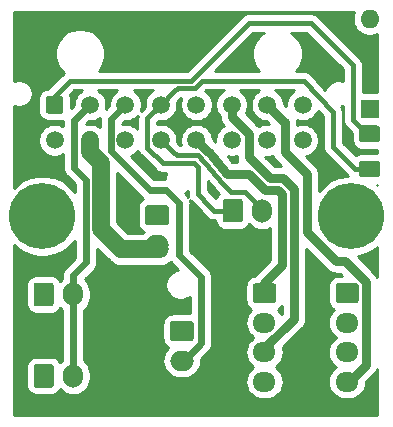
<source format=gbr>
G04 #@! TF.GenerationSoftware,KiCad,Pcbnew,5.1.5+dfsg1-2build2*
G04 #@! TF.CreationDate,2020-08-17T22:14:16+02:00*
G04 #@! TF.ProjectId,carabiner,63617261-6269-46e6-9572-2e6b69636164,rev?*
G04 #@! TF.SameCoordinates,Original*
G04 #@! TF.FileFunction,Copper,L1,Top*
G04 #@! TF.FilePolarity,Positive*
%FSLAX46Y46*%
G04 Gerber Fmt 4.6, Leading zero omitted, Abs format (unit mm)*
G04 Created by KiCad (PCBNEW 5.1.5+dfsg1-2build2) date 2020-08-17 22:14:16*
%MOMM*%
%LPD*%
G04 APERTURE LIST*
%ADD10C,0.100000*%
%ADD11C,1.500000*%
%ADD12O,2.000000X1.700000*%
%ADD13O,1.700000X2.000000*%
%ADD14O,1.950000X1.700000*%
%ADD15O,2.020000X1.500000*%
%ADD16C,5.600000*%
%ADD17O,1.600000X1.600000*%
%ADD18R,1.600000X1.600000*%
%ADD19C,0.600000*%
%ADD20C,0.800000*%
%ADD21C,1.500000*%
%ADD22C,0.400000*%
%ADD23C,0.254000*%
G04 APERTURE END LIST*
G04 #@! TA.AperFunction,ComponentPad*
D10*
G36*
X81950069Y-47276201D02*
G01*
X81974276Y-47279792D01*
X81998015Y-47285738D01*
X82021057Y-47293982D01*
X82043180Y-47304446D01*
X82064171Y-47317027D01*
X82083827Y-47331605D01*
X82101960Y-47348040D01*
X82118395Y-47366173D01*
X82132973Y-47385829D01*
X82145554Y-47406820D01*
X82156018Y-47428943D01*
X82164262Y-47451985D01*
X82170208Y-47475724D01*
X82173799Y-47499931D01*
X82175000Y-47524374D01*
X82175000Y-48450626D01*
X82173799Y-48475069D01*
X82170208Y-48499276D01*
X82164262Y-48523015D01*
X82156018Y-48546057D01*
X82145554Y-48568180D01*
X82132973Y-48589171D01*
X82118395Y-48608827D01*
X82101960Y-48626960D01*
X82083827Y-48643395D01*
X82064171Y-48657973D01*
X82043180Y-48670554D01*
X82021057Y-48681018D01*
X81998015Y-48689262D01*
X81974276Y-48695208D01*
X81950069Y-48698799D01*
X81925626Y-48700000D01*
X80674374Y-48700000D01*
X80649931Y-48698799D01*
X80625724Y-48695208D01*
X80601985Y-48689262D01*
X80578943Y-48681018D01*
X80556820Y-48670554D01*
X80535829Y-48657973D01*
X80516173Y-48643395D01*
X80498040Y-48626960D01*
X80481605Y-48608827D01*
X80467027Y-48589171D01*
X80454446Y-48568180D01*
X80443982Y-48546057D01*
X80435738Y-48523015D01*
X80429792Y-48499276D01*
X80426201Y-48475069D01*
X80425000Y-48450626D01*
X80425000Y-47524374D01*
X80426201Y-47499931D01*
X80429792Y-47475724D01*
X80435738Y-47451985D01*
X80443982Y-47428943D01*
X80454446Y-47406820D01*
X80467027Y-47385829D01*
X80481605Y-47366173D01*
X80498040Y-47348040D01*
X80516173Y-47331605D01*
X80535829Y-47317027D01*
X80556820Y-47304446D01*
X80578943Y-47293982D01*
X80601985Y-47285738D01*
X80625724Y-47279792D01*
X80649931Y-47276201D01*
X80674374Y-47275000D01*
X81925626Y-47275000D01*
X81950069Y-47276201D01*
G37*
G04 #@! TD.AperFunction*
G04 #@! TA.AperFunction,ComponentPad*
G36*
X81950069Y-44301201D02*
G01*
X81974276Y-44304792D01*
X81998015Y-44310738D01*
X82021057Y-44318982D01*
X82043180Y-44329446D01*
X82064171Y-44342027D01*
X82083827Y-44356605D01*
X82101960Y-44373040D01*
X82118395Y-44391173D01*
X82132973Y-44410829D01*
X82145554Y-44431820D01*
X82156018Y-44453943D01*
X82164262Y-44476985D01*
X82170208Y-44500724D01*
X82173799Y-44524931D01*
X82175000Y-44549374D01*
X82175000Y-45475626D01*
X82173799Y-45500069D01*
X82170208Y-45524276D01*
X82164262Y-45548015D01*
X82156018Y-45571057D01*
X82145554Y-45593180D01*
X82132973Y-45614171D01*
X82118395Y-45633827D01*
X82101960Y-45651960D01*
X82083827Y-45668395D01*
X82064171Y-45682973D01*
X82043180Y-45695554D01*
X82021057Y-45706018D01*
X81998015Y-45714262D01*
X81974276Y-45720208D01*
X81950069Y-45723799D01*
X81925626Y-45725000D01*
X80674374Y-45725000D01*
X80649931Y-45723799D01*
X80625724Y-45720208D01*
X80601985Y-45714262D01*
X80578943Y-45706018D01*
X80556820Y-45695554D01*
X80535829Y-45682973D01*
X80516173Y-45668395D01*
X80498040Y-45651960D01*
X80481605Y-45633827D01*
X80467027Y-45614171D01*
X80454446Y-45593180D01*
X80443982Y-45571057D01*
X80435738Y-45548015D01*
X80429792Y-45524276D01*
X80426201Y-45500069D01*
X80425000Y-45475626D01*
X80425000Y-44549374D01*
X80426201Y-44524931D01*
X80429792Y-44500724D01*
X80435738Y-44476985D01*
X80443982Y-44453943D01*
X80454446Y-44431820D01*
X80467027Y-44410829D01*
X80481605Y-44391173D01*
X80498040Y-44373040D01*
X80516173Y-44356605D01*
X80535829Y-44342027D01*
X80556820Y-44329446D01*
X80578943Y-44318982D01*
X80601985Y-44310738D01*
X80625724Y-44304792D01*
X80649931Y-44301201D01*
X80674374Y-44300000D01*
X81925626Y-44300000D01*
X81950069Y-44301201D01*
G37*
G04 #@! TD.AperFunction*
G04 #@! TA.AperFunction,ComponentPad*
G36*
X55041756Y-41791806D02*
G01*
X55078159Y-41797206D01*
X55113857Y-41806147D01*
X55148506Y-41818545D01*
X55181774Y-41834280D01*
X55213339Y-41853199D01*
X55242897Y-41875121D01*
X55270165Y-41899835D01*
X55294879Y-41927103D01*
X55316801Y-41956661D01*
X55335720Y-41988226D01*
X55351455Y-42021494D01*
X55363853Y-42056143D01*
X55372794Y-42091841D01*
X55378194Y-42128244D01*
X55380000Y-42165000D01*
X55380000Y-42915000D01*
X55378194Y-42951756D01*
X55372794Y-42988159D01*
X55363853Y-43023857D01*
X55351455Y-43058506D01*
X55335720Y-43091774D01*
X55316801Y-43123339D01*
X55294879Y-43152897D01*
X55270165Y-43180165D01*
X55242897Y-43204879D01*
X55213339Y-43226801D01*
X55181774Y-43245720D01*
X55148506Y-43261455D01*
X55113857Y-43273853D01*
X55078159Y-43282794D01*
X55041756Y-43288194D01*
X55005000Y-43290000D01*
X54255000Y-43290000D01*
X54218244Y-43288194D01*
X54181841Y-43282794D01*
X54146143Y-43273853D01*
X54111494Y-43261455D01*
X54078226Y-43245720D01*
X54046661Y-43226801D01*
X54017103Y-43204879D01*
X53989835Y-43180165D01*
X53965121Y-43152897D01*
X53943199Y-43123339D01*
X53924280Y-43091774D01*
X53908545Y-43058506D01*
X53896147Y-43023857D01*
X53887206Y-42988159D01*
X53881806Y-42951756D01*
X53880000Y-42915000D01*
X53880000Y-42165000D01*
X53881806Y-42128244D01*
X53887206Y-42091841D01*
X53896147Y-42056143D01*
X53908545Y-42021494D01*
X53924280Y-41988226D01*
X53943199Y-41956661D01*
X53965121Y-41927103D01*
X53989835Y-41899835D01*
X54017103Y-41875121D01*
X54046661Y-41853199D01*
X54078226Y-41834280D01*
X54111494Y-41818545D01*
X54146143Y-41806147D01*
X54181841Y-41797206D01*
X54218244Y-41791806D01*
X54255000Y-41790000D01*
X55005000Y-41790000D01*
X55041756Y-41791806D01*
G37*
G04 #@! TD.AperFunction*
D11*
X57630000Y-42540000D03*
X60630000Y-42540000D03*
X63630000Y-42540000D03*
X66630000Y-42540000D03*
X69630000Y-42540000D03*
X72630000Y-42540000D03*
X75630000Y-42540000D03*
X54630000Y-45540000D03*
X57630000Y-45540000D03*
X60630000Y-45540000D03*
X63630000Y-45540000D03*
X66630000Y-45540000D03*
X69630000Y-45540000D03*
X72630000Y-45540000D03*
X75630000Y-45540000D03*
X75630000Y-45550000D03*
X72630000Y-45550000D03*
X69630000Y-45550000D03*
X66630000Y-45550000D03*
X63630000Y-45550000D03*
X60630000Y-45550000D03*
X57630000Y-45550000D03*
X54630000Y-45550000D03*
X75630000Y-42550000D03*
X72630000Y-42550000D03*
X69630000Y-42550000D03*
X66630000Y-42550000D03*
X63630000Y-42550000D03*
X60630000Y-42550000D03*
X57630000Y-42550000D03*
G04 #@! TA.AperFunction,ComponentPad*
D10*
G36*
X55154504Y-41801204D02*
G01*
X55178773Y-41804804D01*
X55202571Y-41810765D01*
X55225671Y-41819030D01*
X55247849Y-41829520D01*
X55268893Y-41842133D01*
X55288598Y-41856747D01*
X55306777Y-41873223D01*
X55323253Y-41891402D01*
X55337867Y-41911107D01*
X55350480Y-41932151D01*
X55360970Y-41954329D01*
X55369235Y-41977429D01*
X55375196Y-42001227D01*
X55378796Y-42025496D01*
X55380000Y-42050000D01*
X55380000Y-43050000D01*
X55378796Y-43074504D01*
X55375196Y-43098773D01*
X55369235Y-43122571D01*
X55360970Y-43145671D01*
X55350480Y-43167849D01*
X55337867Y-43188893D01*
X55323253Y-43208598D01*
X55306777Y-43226777D01*
X55288598Y-43243253D01*
X55268893Y-43257867D01*
X55247849Y-43270480D01*
X55225671Y-43280970D01*
X55202571Y-43289235D01*
X55178773Y-43295196D01*
X55154504Y-43298796D01*
X55130000Y-43300000D01*
X54130000Y-43300000D01*
X54105496Y-43298796D01*
X54081227Y-43295196D01*
X54057429Y-43289235D01*
X54034329Y-43280970D01*
X54012151Y-43270480D01*
X53991107Y-43257867D01*
X53971402Y-43243253D01*
X53953223Y-43226777D01*
X53936747Y-43208598D01*
X53922133Y-43188893D01*
X53909520Y-43167849D01*
X53899030Y-43145671D01*
X53890765Y-43122571D01*
X53884804Y-43098773D01*
X53881204Y-43074504D01*
X53880000Y-43050000D01*
X53880000Y-42050000D01*
X53881204Y-42025496D01*
X53884804Y-42001227D01*
X53890765Y-41977429D01*
X53899030Y-41954329D01*
X53909520Y-41932151D01*
X53922133Y-41911107D01*
X53936747Y-41891402D01*
X53953223Y-41873223D01*
X53971402Y-41856747D01*
X53991107Y-41842133D01*
X54012151Y-41829520D01*
X54034329Y-41819030D01*
X54057429Y-41810765D01*
X54081227Y-41804804D01*
X54105496Y-41801204D01*
X54130000Y-41800000D01*
X55130000Y-41800000D01*
X55154504Y-41801204D01*
G37*
G04 #@! TD.AperFunction*
D12*
X63300000Y-54400000D03*
G04 #@! TA.AperFunction,ComponentPad*
D10*
G36*
X64074504Y-51051204D02*
G01*
X64098773Y-51054804D01*
X64122571Y-51060765D01*
X64145671Y-51069030D01*
X64167849Y-51079520D01*
X64188893Y-51092133D01*
X64208598Y-51106747D01*
X64226777Y-51123223D01*
X64243253Y-51141402D01*
X64257867Y-51161107D01*
X64270480Y-51182151D01*
X64280970Y-51204329D01*
X64289235Y-51227429D01*
X64295196Y-51251227D01*
X64298796Y-51275496D01*
X64300000Y-51300000D01*
X64300000Y-52500000D01*
X64298796Y-52524504D01*
X64295196Y-52548773D01*
X64289235Y-52572571D01*
X64280970Y-52595671D01*
X64270480Y-52617849D01*
X64257867Y-52638893D01*
X64243253Y-52658598D01*
X64226777Y-52676777D01*
X64208598Y-52693253D01*
X64188893Y-52707867D01*
X64167849Y-52720480D01*
X64145671Y-52730970D01*
X64122571Y-52739235D01*
X64098773Y-52745196D01*
X64074504Y-52748796D01*
X64050000Y-52750000D01*
X62550000Y-52750000D01*
X62525496Y-52748796D01*
X62501227Y-52745196D01*
X62477429Y-52739235D01*
X62454329Y-52730970D01*
X62432151Y-52720480D01*
X62411107Y-52707867D01*
X62391402Y-52693253D01*
X62373223Y-52676777D01*
X62356747Y-52658598D01*
X62342133Y-52638893D01*
X62329520Y-52617849D01*
X62319030Y-52595671D01*
X62310765Y-52572571D01*
X62304804Y-52548773D01*
X62301204Y-52524504D01*
X62300000Y-52500000D01*
X62300000Y-51300000D01*
X62301204Y-51275496D01*
X62304804Y-51251227D01*
X62310765Y-51227429D01*
X62319030Y-51204329D01*
X62329520Y-51182151D01*
X62342133Y-51161107D01*
X62356747Y-51141402D01*
X62373223Y-51123223D01*
X62391402Y-51106747D01*
X62411107Y-51092133D01*
X62432151Y-51079520D01*
X62454329Y-51069030D01*
X62477429Y-51060765D01*
X62501227Y-51054804D01*
X62525496Y-51051204D01*
X62550000Y-51050000D01*
X64050000Y-51050000D01*
X64074504Y-51051204D01*
G37*
G04 #@! TD.AperFunction*
D13*
X72200000Y-51500000D03*
G04 #@! TA.AperFunction,ComponentPad*
D10*
G36*
X70324504Y-50501204D02*
G01*
X70348773Y-50504804D01*
X70372571Y-50510765D01*
X70395671Y-50519030D01*
X70417849Y-50529520D01*
X70438893Y-50542133D01*
X70458598Y-50556747D01*
X70476777Y-50573223D01*
X70493253Y-50591402D01*
X70507867Y-50611107D01*
X70520480Y-50632151D01*
X70530970Y-50654329D01*
X70539235Y-50677429D01*
X70545196Y-50701227D01*
X70548796Y-50725496D01*
X70550000Y-50750000D01*
X70550000Y-52250000D01*
X70548796Y-52274504D01*
X70545196Y-52298773D01*
X70539235Y-52322571D01*
X70530970Y-52345671D01*
X70520480Y-52367849D01*
X70507867Y-52388893D01*
X70493253Y-52408598D01*
X70476777Y-52426777D01*
X70458598Y-52443253D01*
X70438893Y-52457867D01*
X70417849Y-52470480D01*
X70395671Y-52480970D01*
X70372571Y-52489235D01*
X70348773Y-52495196D01*
X70324504Y-52498796D01*
X70300000Y-52500000D01*
X69100000Y-52500000D01*
X69075496Y-52498796D01*
X69051227Y-52495196D01*
X69027429Y-52489235D01*
X69004329Y-52480970D01*
X68982151Y-52470480D01*
X68961107Y-52457867D01*
X68941402Y-52443253D01*
X68923223Y-52426777D01*
X68906747Y-52408598D01*
X68892133Y-52388893D01*
X68879520Y-52367849D01*
X68869030Y-52345671D01*
X68860765Y-52322571D01*
X68854804Y-52298773D01*
X68851204Y-52274504D01*
X68850000Y-52250000D01*
X68850000Y-50750000D01*
X68851204Y-50725496D01*
X68854804Y-50701227D01*
X68860765Y-50677429D01*
X68869030Y-50654329D01*
X68879520Y-50632151D01*
X68892133Y-50611107D01*
X68906747Y-50591402D01*
X68923223Y-50573223D01*
X68941402Y-50556747D01*
X68961107Y-50542133D01*
X68982151Y-50529520D01*
X69004329Y-50519030D01*
X69027429Y-50510765D01*
X69051227Y-50504804D01*
X69075496Y-50501204D01*
X69100000Y-50500000D01*
X70300000Y-50500000D01*
X70324504Y-50501204D01*
G37*
G04 #@! TD.AperFunction*
D14*
X72400000Y-66000000D03*
X72400000Y-63500000D03*
X72400000Y-61000000D03*
G04 #@! TA.AperFunction,ComponentPad*
D10*
G36*
X73149504Y-57651204D02*
G01*
X73173773Y-57654804D01*
X73197571Y-57660765D01*
X73220671Y-57669030D01*
X73242849Y-57679520D01*
X73263893Y-57692133D01*
X73283598Y-57706747D01*
X73301777Y-57723223D01*
X73318253Y-57741402D01*
X73332867Y-57761107D01*
X73345480Y-57782151D01*
X73355970Y-57804329D01*
X73364235Y-57827429D01*
X73370196Y-57851227D01*
X73373796Y-57875496D01*
X73375000Y-57900000D01*
X73375000Y-59100000D01*
X73373796Y-59124504D01*
X73370196Y-59148773D01*
X73364235Y-59172571D01*
X73355970Y-59195671D01*
X73345480Y-59217849D01*
X73332867Y-59238893D01*
X73318253Y-59258598D01*
X73301777Y-59276777D01*
X73283598Y-59293253D01*
X73263893Y-59307867D01*
X73242849Y-59320480D01*
X73220671Y-59330970D01*
X73197571Y-59339235D01*
X73173773Y-59345196D01*
X73149504Y-59348796D01*
X73125000Y-59350000D01*
X71675000Y-59350000D01*
X71650496Y-59348796D01*
X71626227Y-59345196D01*
X71602429Y-59339235D01*
X71579329Y-59330970D01*
X71557151Y-59320480D01*
X71536107Y-59307867D01*
X71516402Y-59293253D01*
X71498223Y-59276777D01*
X71481747Y-59258598D01*
X71467133Y-59238893D01*
X71454520Y-59217849D01*
X71444030Y-59195671D01*
X71435765Y-59172571D01*
X71429804Y-59148773D01*
X71426204Y-59124504D01*
X71425000Y-59100000D01*
X71425000Y-57900000D01*
X71426204Y-57875496D01*
X71429804Y-57851227D01*
X71435765Y-57827429D01*
X71444030Y-57804329D01*
X71454520Y-57782151D01*
X71467133Y-57761107D01*
X71481747Y-57741402D01*
X71498223Y-57723223D01*
X71516402Y-57706747D01*
X71536107Y-57692133D01*
X71557151Y-57679520D01*
X71579329Y-57669030D01*
X71602429Y-57660765D01*
X71626227Y-57654804D01*
X71650496Y-57651204D01*
X71675000Y-57650000D01*
X73125000Y-57650000D01*
X73149504Y-57651204D01*
G37*
G04 #@! TD.AperFunction*
D14*
X79400000Y-66000000D03*
X79400000Y-63500000D03*
X79400000Y-61000000D03*
G04 #@! TA.AperFunction,ComponentPad*
D10*
G36*
X80149504Y-57651204D02*
G01*
X80173773Y-57654804D01*
X80197571Y-57660765D01*
X80220671Y-57669030D01*
X80242849Y-57679520D01*
X80263893Y-57692133D01*
X80283598Y-57706747D01*
X80301777Y-57723223D01*
X80318253Y-57741402D01*
X80332867Y-57761107D01*
X80345480Y-57782151D01*
X80355970Y-57804329D01*
X80364235Y-57827429D01*
X80370196Y-57851227D01*
X80373796Y-57875496D01*
X80375000Y-57900000D01*
X80375000Y-59100000D01*
X80373796Y-59124504D01*
X80370196Y-59148773D01*
X80364235Y-59172571D01*
X80355970Y-59195671D01*
X80345480Y-59217849D01*
X80332867Y-59238893D01*
X80318253Y-59258598D01*
X80301777Y-59276777D01*
X80283598Y-59293253D01*
X80263893Y-59307867D01*
X80242849Y-59320480D01*
X80220671Y-59330970D01*
X80197571Y-59339235D01*
X80173773Y-59345196D01*
X80149504Y-59348796D01*
X80125000Y-59350000D01*
X78675000Y-59350000D01*
X78650496Y-59348796D01*
X78626227Y-59345196D01*
X78602429Y-59339235D01*
X78579329Y-59330970D01*
X78557151Y-59320480D01*
X78536107Y-59307867D01*
X78516402Y-59293253D01*
X78498223Y-59276777D01*
X78481747Y-59258598D01*
X78467133Y-59238893D01*
X78454520Y-59217849D01*
X78444030Y-59195671D01*
X78435765Y-59172571D01*
X78429804Y-59148773D01*
X78426204Y-59124504D01*
X78425000Y-59100000D01*
X78425000Y-57900000D01*
X78426204Y-57875496D01*
X78429804Y-57851227D01*
X78435765Y-57827429D01*
X78444030Y-57804329D01*
X78454520Y-57782151D01*
X78467133Y-57761107D01*
X78481747Y-57741402D01*
X78498223Y-57723223D01*
X78516402Y-57706747D01*
X78536107Y-57692133D01*
X78557151Y-57679520D01*
X78579329Y-57669030D01*
X78602429Y-57660765D01*
X78626227Y-57654804D01*
X78650496Y-57651204D01*
X78675000Y-57650000D01*
X80125000Y-57650000D01*
X80149504Y-57651204D01*
G37*
G04 #@! TD.AperFunction*
D13*
X56200000Y-65500000D03*
G04 #@! TA.AperFunction,ComponentPad*
D10*
G36*
X54324504Y-64501204D02*
G01*
X54348773Y-64504804D01*
X54372571Y-64510765D01*
X54395671Y-64519030D01*
X54417849Y-64529520D01*
X54438893Y-64542133D01*
X54458598Y-64556747D01*
X54476777Y-64573223D01*
X54493253Y-64591402D01*
X54507867Y-64611107D01*
X54520480Y-64632151D01*
X54530970Y-64654329D01*
X54539235Y-64677429D01*
X54545196Y-64701227D01*
X54548796Y-64725496D01*
X54550000Y-64750000D01*
X54550000Y-66250000D01*
X54548796Y-66274504D01*
X54545196Y-66298773D01*
X54539235Y-66322571D01*
X54530970Y-66345671D01*
X54520480Y-66367849D01*
X54507867Y-66388893D01*
X54493253Y-66408598D01*
X54476777Y-66426777D01*
X54458598Y-66443253D01*
X54438893Y-66457867D01*
X54417849Y-66470480D01*
X54395671Y-66480970D01*
X54372571Y-66489235D01*
X54348773Y-66495196D01*
X54324504Y-66498796D01*
X54300000Y-66500000D01*
X53100000Y-66500000D01*
X53075496Y-66498796D01*
X53051227Y-66495196D01*
X53027429Y-66489235D01*
X53004329Y-66480970D01*
X52982151Y-66470480D01*
X52961107Y-66457867D01*
X52941402Y-66443253D01*
X52923223Y-66426777D01*
X52906747Y-66408598D01*
X52892133Y-66388893D01*
X52879520Y-66367849D01*
X52869030Y-66345671D01*
X52860765Y-66322571D01*
X52854804Y-66298773D01*
X52851204Y-66274504D01*
X52850000Y-66250000D01*
X52850000Y-64750000D01*
X52851204Y-64725496D01*
X52854804Y-64701227D01*
X52860765Y-64677429D01*
X52869030Y-64654329D01*
X52879520Y-64632151D01*
X52892133Y-64611107D01*
X52906747Y-64591402D01*
X52923223Y-64573223D01*
X52941402Y-64556747D01*
X52961107Y-64542133D01*
X52982151Y-64529520D01*
X53004329Y-64519030D01*
X53027429Y-64510765D01*
X53051227Y-64504804D01*
X53075496Y-64501204D01*
X53100000Y-64500000D01*
X54300000Y-64500000D01*
X54324504Y-64501204D01*
G37*
G04 #@! TD.AperFunction*
D13*
X56200000Y-58600000D03*
G04 #@! TA.AperFunction,ComponentPad*
D10*
G36*
X54324504Y-57601204D02*
G01*
X54348773Y-57604804D01*
X54372571Y-57610765D01*
X54395671Y-57619030D01*
X54417849Y-57629520D01*
X54438893Y-57642133D01*
X54458598Y-57656747D01*
X54476777Y-57673223D01*
X54493253Y-57691402D01*
X54507867Y-57711107D01*
X54520480Y-57732151D01*
X54530970Y-57754329D01*
X54539235Y-57777429D01*
X54545196Y-57801227D01*
X54548796Y-57825496D01*
X54550000Y-57850000D01*
X54550000Y-59350000D01*
X54548796Y-59374504D01*
X54545196Y-59398773D01*
X54539235Y-59422571D01*
X54530970Y-59445671D01*
X54520480Y-59467849D01*
X54507867Y-59488893D01*
X54493253Y-59508598D01*
X54476777Y-59526777D01*
X54458598Y-59543253D01*
X54438893Y-59557867D01*
X54417849Y-59570480D01*
X54395671Y-59580970D01*
X54372571Y-59589235D01*
X54348773Y-59595196D01*
X54324504Y-59598796D01*
X54300000Y-59600000D01*
X53100000Y-59600000D01*
X53075496Y-59598796D01*
X53051227Y-59595196D01*
X53027429Y-59589235D01*
X53004329Y-59580970D01*
X52982151Y-59570480D01*
X52961107Y-59557867D01*
X52941402Y-59543253D01*
X52923223Y-59526777D01*
X52906747Y-59508598D01*
X52892133Y-59488893D01*
X52879520Y-59467849D01*
X52869030Y-59445671D01*
X52860765Y-59422571D01*
X52854804Y-59398773D01*
X52851204Y-59374504D01*
X52850000Y-59350000D01*
X52850000Y-57850000D01*
X52851204Y-57825496D01*
X52854804Y-57801227D01*
X52860765Y-57777429D01*
X52869030Y-57754329D01*
X52879520Y-57732151D01*
X52892133Y-57711107D01*
X52906747Y-57691402D01*
X52923223Y-57673223D01*
X52941402Y-57656747D01*
X52961107Y-57642133D01*
X52982151Y-57629520D01*
X53004329Y-57619030D01*
X53027429Y-57610765D01*
X53051227Y-57604804D01*
X53075496Y-57601204D01*
X53100000Y-57600000D01*
X54300000Y-57600000D01*
X54324504Y-57601204D01*
G37*
G04 #@! TD.AperFunction*
D12*
X65400000Y-64200000D03*
G04 #@! TA.AperFunction,ComponentPad*
D10*
G36*
X66174504Y-60851204D02*
G01*
X66198773Y-60854804D01*
X66222571Y-60860765D01*
X66245671Y-60869030D01*
X66267849Y-60879520D01*
X66288893Y-60892133D01*
X66308598Y-60906747D01*
X66326777Y-60923223D01*
X66343253Y-60941402D01*
X66357867Y-60961107D01*
X66370480Y-60982151D01*
X66380970Y-61004329D01*
X66389235Y-61027429D01*
X66395196Y-61051227D01*
X66398796Y-61075496D01*
X66400000Y-61100000D01*
X66400000Y-62300000D01*
X66398796Y-62324504D01*
X66395196Y-62348773D01*
X66389235Y-62372571D01*
X66380970Y-62395671D01*
X66370480Y-62417849D01*
X66357867Y-62438893D01*
X66343253Y-62458598D01*
X66326777Y-62476777D01*
X66308598Y-62493253D01*
X66288893Y-62507867D01*
X66267849Y-62520480D01*
X66245671Y-62530970D01*
X66222571Y-62539235D01*
X66198773Y-62545196D01*
X66174504Y-62548796D01*
X66150000Y-62550000D01*
X64650000Y-62550000D01*
X64625496Y-62548796D01*
X64601227Y-62545196D01*
X64577429Y-62539235D01*
X64554329Y-62530970D01*
X64532151Y-62520480D01*
X64511107Y-62507867D01*
X64491402Y-62493253D01*
X64473223Y-62476777D01*
X64456747Y-62458598D01*
X64442133Y-62438893D01*
X64429520Y-62417849D01*
X64419030Y-62395671D01*
X64410765Y-62372571D01*
X64404804Y-62348773D01*
X64401204Y-62324504D01*
X64400000Y-62300000D01*
X64400000Y-61100000D01*
X64401204Y-61075496D01*
X64404804Y-61051227D01*
X64410765Y-61027429D01*
X64419030Y-61004329D01*
X64429520Y-60982151D01*
X64442133Y-60961107D01*
X64456747Y-60941402D01*
X64473223Y-60923223D01*
X64491402Y-60906747D01*
X64511107Y-60892133D01*
X64532151Y-60879520D01*
X64554329Y-60869030D01*
X64577429Y-60860765D01*
X64601227Y-60854804D01*
X64625496Y-60851204D01*
X64650000Y-60850000D01*
X66150000Y-60850000D01*
X66174504Y-60851204D01*
G37*
G04 #@! TD.AperFunction*
D15*
X63300000Y-54800000D03*
G04 #@! TA.AperFunction,ComponentPad*
D10*
G36*
X64084504Y-51051204D02*
G01*
X64108773Y-51054804D01*
X64132571Y-51060765D01*
X64155671Y-51069030D01*
X64177849Y-51079520D01*
X64198893Y-51092133D01*
X64218598Y-51106747D01*
X64236777Y-51123223D01*
X64253253Y-51141402D01*
X64267867Y-51161107D01*
X64280480Y-51182151D01*
X64290970Y-51204329D01*
X64299235Y-51227429D01*
X64305196Y-51251227D01*
X64308796Y-51275496D01*
X64310000Y-51300000D01*
X64310000Y-52300000D01*
X64308796Y-52324504D01*
X64305196Y-52348773D01*
X64299235Y-52372571D01*
X64290970Y-52395671D01*
X64280480Y-52417849D01*
X64267867Y-52438893D01*
X64253253Y-52458598D01*
X64236777Y-52476777D01*
X64218598Y-52493253D01*
X64198893Y-52507867D01*
X64177849Y-52520480D01*
X64155671Y-52530970D01*
X64132571Y-52539235D01*
X64108773Y-52545196D01*
X64084504Y-52548796D01*
X64060000Y-52550000D01*
X62540000Y-52550000D01*
X62515496Y-52548796D01*
X62491227Y-52545196D01*
X62467429Y-52539235D01*
X62444329Y-52530970D01*
X62422151Y-52520480D01*
X62401107Y-52507867D01*
X62381402Y-52493253D01*
X62363223Y-52476777D01*
X62346747Y-52458598D01*
X62332133Y-52438893D01*
X62319520Y-52417849D01*
X62309030Y-52395671D01*
X62300765Y-52372571D01*
X62294804Y-52348773D01*
X62291204Y-52324504D01*
X62290000Y-52300000D01*
X62290000Y-51300000D01*
X62291204Y-51275496D01*
X62294804Y-51251227D01*
X62300765Y-51227429D01*
X62309030Y-51204329D01*
X62319520Y-51182151D01*
X62332133Y-51161107D01*
X62346747Y-51141402D01*
X62363223Y-51123223D01*
X62381402Y-51106747D01*
X62401107Y-51092133D01*
X62422151Y-51079520D01*
X62444329Y-51069030D01*
X62467429Y-51060765D01*
X62491227Y-51054804D01*
X62515496Y-51051204D01*
X62540000Y-51050000D01*
X64060000Y-51050000D01*
X64084504Y-51051204D01*
G37*
G04 #@! TD.AperFunction*
D16*
X79700000Y-52000000D03*
X53600000Y-52000000D03*
D17*
X81300000Y-35300000D03*
D18*
X81300000Y-42920000D03*
D19*
X56200000Y-58600000D02*
X56200000Y-65500000D01*
X56200000Y-57000000D02*
X56200000Y-58600000D01*
X57300000Y-55900000D02*
X56200000Y-57000000D01*
X57300000Y-48900000D02*
X57300000Y-55900000D01*
X56300000Y-43870000D02*
X56300000Y-47900000D01*
X56300000Y-47900000D02*
X57300000Y-48900000D01*
X57630000Y-42540000D02*
X56300000Y-43870000D01*
X65550000Y-64200000D02*
X65400000Y-64200000D01*
X67000000Y-62750000D02*
X65550000Y-64200000D01*
X65200000Y-50900000D02*
X65200000Y-55300000D01*
X64100000Y-49800000D02*
X65200000Y-50900000D01*
X62700000Y-49800000D02*
X64100000Y-49800000D01*
X67000000Y-57100000D02*
X67000000Y-62750000D01*
X65200000Y-55300000D02*
X67000000Y-57100000D01*
X59379999Y-46479999D02*
X62700000Y-49800000D01*
X59379999Y-43790001D02*
X59379999Y-46479999D01*
X60630000Y-42540000D02*
X59379999Y-43790001D01*
D20*
X74100000Y-44010000D02*
X73990001Y-43900001D01*
X76000000Y-48450000D02*
X74100000Y-46550000D01*
X76000000Y-53332002D02*
X76000000Y-48450000D01*
X78467998Y-55800000D02*
X76000000Y-53332002D01*
X79227098Y-55800000D02*
X78467998Y-55800000D01*
X74100000Y-46550000D02*
X74100000Y-44010000D01*
X80975010Y-57547912D02*
X79227098Y-55800000D01*
X73990001Y-43900001D02*
X72630000Y-42540000D01*
X80975010Y-64549990D02*
X80975010Y-57547912D01*
X79525000Y-66000000D02*
X80975010Y-64549990D01*
X79400000Y-66000000D02*
X79525000Y-66000000D01*
X72400000Y-66000000D02*
X72275000Y-66000000D01*
X74900000Y-60675623D02*
X72400000Y-63175623D01*
X72400000Y-63175623D02*
X72400000Y-63500000D01*
X72840999Y-48759001D02*
X73959001Y-48759001D01*
X73959001Y-48759001D02*
X74900000Y-49700000D01*
X71080000Y-46998002D02*
X72840999Y-48759001D01*
X74900000Y-49700000D02*
X74900000Y-60675623D01*
X71080000Y-45000000D02*
X71080000Y-46998002D01*
X69630000Y-43550000D02*
X71080000Y-45000000D01*
X69630000Y-43550000D02*
X69630000Y-42550000D01*
X72400000Y-57650000D02*
X73899990Y-56150010D01*
X72400000Y-58500000D02*
X72400000Y-57650000D01*
X73899990Y-56150010D02*
X73899990Y-51232218D01*
X71067772Y-48400000D02*
X69200000Y-48400000D01*
X67690660Y-46550000D02*
X69200000Y-48400000D01*
X72426781Y-49759009D02*
X73544783Y-49759009D01*
X72333886Y-49666114D02*
X72426781Y-49759009D01*
X72333886Y-49666114D02*
X71067772Y-48400000D01*
X73899990Y-50114216D02*
X73899990Y-51400000D01*
X73544783Y-49759009D02*
X73899990Y-50114216D01*
X67640000Y-46550000D02*
X66630000Y-45540000D01*
X67690660Y-46550000D02*
X67640000Y-46550000D01*
D19*
X58379999Y-53589999D02*
X59590000Y-54800000D01*
X59590000Y-54800000D02*
X61200000Y-54800000D01*
X61200000Y-54800000D02*
X62500000Y-54800000D01*
X58400000Y-47900000D02*
X58379999Y-53589999D01*
D21*
X58550010Y-47470010D02*
X57630000Y-46550000D01*
X58550010Y-53081785D02*
X58550010Y-47470010D01*
X57630000Y-46550000D02*
X57630000Y-45550000D01*
X60268225Y-54800000D02*
X58550010Y-53081785D01*
X63300000Y-54800000D02*
X60268225Y-54800000D01*
D22*
X71100000Y-35600000D02*
X76300000Y-35600000D01*
X66200000Y-40500000D02*
X71100000Y-35600000D01*
X79900000Y-39200000D02*
X79900000Y-43840002D01*
X55930000Y-40500000D02*
X66200000Y-40500000D01*
X54630000Y-41800000D02*
X55930000Y-40500000D01*
X76300000Y-35600000D02*
X79900000Y-39200000D01*
X54630000Y-42550000D02*
X54630000Y-41800000D01*
X81072498Y-45012500D02*
X79900000Y-43840002D01*
X68100000Y-51500000D02*
X67700000Y-51100000D01*
X69700000Y-51500000D02*
X68100000Y-51500000D01*
X67700000Y-51100000D02*
X66750000Y-50100000D01*
X62479999Y-43700001D02*
X62479999Y-46179999D01*
X63630000Y-42550000D02*
X62479999Y-43700001D01*
X62479999Y-46179999D02*
X63800000Y-47500000D01*
X63800000Y-47500000D02*
X66400000Y-47500000D01*
X66750000Y-47850000D02*
X66750000Y-50100000D01*
X66400000Y-47500000D02*
X66750000Y-47850000D01*
X80725000Y-47675000D02*
X81200000Y-47675000D01*
X64780001Y-41389999D02*
X63630000Y-42540000D01*
X64780001Y-41369999D02*
X64780001Y-41389999D01*
X65049990Y-41100010D02*
X64780001Y-41369999D01*
X66499990Y-41100010D02*
X65049990Y-41100010D01*
X75711456Y-40500000D02*
X67100000Y-40500000D01*
X78200000Y-43200000D02*
X75711456Y-40500000D01*
X78200000Y-46100000D02*
X78200000Y-43200000D01*
X80087500Y-47987500D02*
X78200000Y-46100000D01*
X67100000Y-40500000D02*
X66499990Y-41100010D01*
X81200000Y-47987500D02*
X80087500Y-47987500D01*
X72300000Y-51900000D02*
X72300000Y-50900000D01*
X72200000Y-51350000D02*
X70750000Y-49900000D01*
X72200000Y-51500000D02*
X72200000Y-51350000D01*
X64640000Y-46550000D02*
X63630000Y-45540000D01*
X64690660Y-46550000D02*
X64640000Y-46550000D01*
X69527109Y-49900000D02*
X70750000Y-49900000D01*
X68789603Y-49162494D02*
X69527109Y-49900000D01*
X67457448Y-47529670D02*
X68789603Y-49162494D01*
X66729670Y-46829670D02*
X67300000Y-47400000D01*
X64970330Y-46829670D02*
X66729670Y-46829670D01*
X67300000Y-47400000D02*
X67457448Y-47529670D01*
X64970330Y-46829670D02*
X64690660Y-46550000D01*
D23*
G36*
X66097743Y-50621439D02*
G01*
X66116374Y-50645367D01*
X66123763Y-50653145D01*
X66156710Y-50693291D01*
X66180271Y-50712627D01*
X67073773Y-51653156D01*
X67080562Y-51661429D01*
X67101957Y-51682824D01*
X67122876Y-51704844D01*
X67131002Y-51711869D01*
X67480554Y-52061421D01*
X67506709Y-52093291D01*
X67633854Y-52197636D01*
X67778913Y-52275172D01*
X67936311Y-52322918D01*
X68058981Y-52335000D01*
X68058991Y-52335000D01*
X68099999Y-52339039D01*
X68141007Y-52335000D01*
X68220300Y-52335000D01*
X68228992Y-52423254D01*
X68279528Y-52589850D01*
X68361595Y-52743386D01*
X68472038Y-52877962D01*
X68606614Y-52988405D01*
X68760150Y-53070472D01*
X68926746Y-53121008D01*
X69100000Y-53138072D01*
X70300000Y-53138072D01*
X70473254Y-53121008D01*
X70639850Y-53070472D01*
X70793386Y-52988405D01*
X70927962Y-52877962D01*
X71038405Y-52743386D01*
X71092777Y-52641663D01*
X71144866Y-52705134D01*
X71370987Y-52890706D01*
X71628967Y-53028599D01*
X71908890Y-53113513D01*
X72200000Y-53142185D01*
X72491111Y-53113513D01*
X72771034Y-53028599D01*
X72864991Y-52978378D01*
X72864990Y-55721299D01*
X71704092Y-56882198D01*
X71664605Y-56914604D01*
X71632198Y-56954092D01*
X71632197Y-56954093D01*
X71576795Y-57021600D01*
X71501746Y-57028992D01*
X71335150Y-57079528D01*
X71181614Y-57161595D01*
X71047038Y-57272038D01*
X70936595Y-57406614D01*
X70854528Y-57560150D01*
X70803992Y-57726746D01*
X70786928Y-57900000D01*
X70786928Y-59100000D01*
X70803992Y-59273254D01*
X70854528Y-59439850D01*
X70936595Y-59593386D01*
X71047038Y-59727962D01*
X71181614Y-59838405D01*
X71283337Y-59892777D01*
X71219866Y-59944866D01*
X71034294Y-60170986D01*
X70896401Y-60428966D01*
X70811487Y-60708889D01*
X70782815Y-61000000D01*
X70811487Y-61291111D01*
X70896401Y-61571034D01*
X71034294Y-61829014D01*
X71219866Y-62055134D01*
X71445986Y-62240706D01*
X71463374Y-62250000D01*
X71445986Y-62259294D01*
X71219866Y-62444866D01*
X71034294Y-62670986D01*
X70896401Y-62928966D01*
X70811487Y-63208889D01*
X70782815Y-63500000D01*
X70811487Y-63791111D01*
X70896401Y-64071034D01*
X71034294Y-64329014D01*
X71219866Y-64555134D01*
X71445986Y-64740706D01*
X71463374Y-64750000D01*
X71445986Y-64759294D01*
X71219866Y-64944866D01*
X71034294Y-65170986D01*
X70896401Y-65428966D01*
X70811487Y-65708889D01*
X70782815Y-66000000D01*
X70811487Y-66291111D01*
X70896401Y-66571034D01*
X71034294Y-66829014D01*
X71219866Y-67055134D01*
X71445986Y-67240706D01*
X71703966Y-67378599D01*
X71983889Y-67463513D01*
X72202050Y-67485000D01*
X72597950Y-67485000D01*
X72816111Y-67463513D01*
X73096034Y-67378599D01*
X73354014Y-67240706D01*
X73580134Y-67055134D01*
X73765706Y-66829014D01*
X73903599Y-66571034D01*
X73988513Y-66291111D01*
X74017185Y-66000000D01*
X73988513Y-65708889D01*
X73903599Y-65428966D01*
X73765706Y-65170986D01*
X73580134Y-64944866D01*
X73354014Y-64759294D01*
X73336626Y-64750000D01*
X73354014Y-64740706D01*
X73580134Y-64555134D01*
X73765706Y-64329014D01*
X73903599Y-64071034D01*
X73988513Y-63791111D01*
X74017185Y-63500000D01*
X73988513Y-63208889D01*
X73951723Y-63087610D01*
X75595908Y-61443426D01*
X75635396Y-61411019D01*
X75733802Y-61291111D01*
X75764734Y-61253421D01*
X75860840Y-61073617D01*
X75860841Y-61073616D01*
X75920024Y-60878518D01*
X75935000Y-60726461D01*
X75935000Y-60726459D01*
X75940007Y-60675623D01*
X75935000Y-60624788D01*
X75935000Y-54730712D01*
X77700194Y-56495907D01*
X77732602Y-56535396D01*
X77772090Y-56567803D01*
X77890200Y-56664734D01*
X77924707Y-56683178D01*
X78070005Y-56760841D01*
X78265103Y-56820024D01*
X78417160Y-56835000D01*
X78417169Y-56835000D01*
X78467997Y-56840006D01*
X78518825Y-56835000D01*
X78798388Y-56835000D01*
X78975316Y-57011928D01*
X78675000Y-57011928D01*
X78501746Y-57028992D01*
X78335150Y-57079528D01*
X78181614Y-57161595D01*
X78047038Y-57272038D01*
X77936595Y-57406614D01*
X77854528Y-57560150D01*
X77803992Y-57726746D01*
X77786928Y-57900000D01*
X77786928Y-59100000D01*
X77803992Y-59273254D01*
X77854528Y-59439850D01*
X77936595Y-59593386D01*
X78047038Y-59727962D01*
X78181614Y-59838405D01*
X78283337Y-59892777D01*
X78219866Y-59944866D01*
X78034294Y-60170986D01*
X77896401Y-60428966D01*
X77811487Y-60708889D01*
X77782815Y-61000000D01*
X77811487Y-61291111D01*
X77896401Y-61571034D01*
X78034294Y-61829014D01*
X78219866Y-62055134D01*
X78445986Y-62240706D01*
X78463374Y-62250000D01*
X78445986Y-62259294D01*
X78219866Y-62444866D01*
X78034294Y-62670986D01*
X77896401Y-62928966D01*
X77811487Y-63208889D01*
X77782815Y-63500000D01*
X77811487Y-63791111D01*
X77896401Y-64071034D01*
X78034294Y-64329014D01*
X78219866Y-64555134D01*
X78445986Y-64740706D01*
X78463374Y-64750000D01*
X78445986Y-64759294D01*
X78219866Y-64944866D01*
X78034294Y-65170986D01*
X77896401Y-65428966D01*
X77811487Y-65708889D01*
X77782815Y-66000000D01*
X77811487Y-66291111D01*
X77896401Y-66571034D01*
X78034294Y-66829014D01*
X78219866Y-67055134D01*
X78445986Y-67240706D01*
X78703966Y-67378599D01*
X78983889Y-67463513D01*
X79202050Y-67485000D01*
X79597950Y-67485000D01*
X79816111Y-67463513D01*
X80096034Y-67378599D01*
X80354014Y-67240706D01*
X80580134Y-67055134D01*
X80765706Y-66829014D01*
X80903599Y-66571034D01*
X80988513Y-66291111D01*
X81017185Y-66000000D01*
X81014632Y-65974079D01*
X81670918Y-65317793D01*
X81710406Y-65285386D01*
X81830112Y-65139524D01*
X81839744Y-65127788D01*
X81916065Y-64985000D01*
X81935851Y-64947983D01*
X81940001Y-64934303D01*
X81940001Y-68840000D01*
X51160000Y-68840000D01*
X51160000Y-54417823D01*
X51410315Y-54668138D01*
X51972918Y-55044057D01*
X52598048Y-55302994D01*
X53261682Y-55435000D01*
X53938318Y-55435000D01*
X54601952Y-55302994D01*
X55227082Y-55044057D01*
X55789685Y-54668138D01*
X56268138Y-54189685D01*
X56365001Y-54044720D01*
X56365001Y-55512710D01*
X55571341Y-56306370D01*
X55535656Y-56335656D01*
X55418814Y-56478029D01*
X55331993Y-56640461D01*
X55293303Y-56768007D01*
X55278529Y-56816709D01*
X55260476Y-57000000D01*
X55265000Y-57045932D01*
X55265000Y-57296274D01*
X55144866Y-57394866D01*
X55092777Y-57458337D01*
X55038405Y-57356614D01*
X54927962Y-57222038D01*
X54793386Y-57111595D01*
X54639850Y-57029528D01*
X54473254Y-56978992D01*
X54300000Y-56961928D01*
X53100000Y-56961928D01*
X52926746Y-56978992D01*
X52760150Y-57029528D01*
X52606614Y-57111595D01*
X52472038Y-57222038D01*
X52361595Y-57356614D01*
X52279528Y-57510150D01*
X52228992Y-57676746D01*
X52211928Y-57850000D01*
X52211928Y-59350000D01*
X52228992Y-59523254D01*
X52279528Y-59689850D01*
X52361595Y-59843386D01*
X52472038Y-59977962D01*
X52606614Y-60088405D01*
X52760150Y-60170472D01*
X52926746Y-60221008D01*
X53100000Y-60238072D01*
X54300000Y-60238072D01*
X54473254Y-60221008D01*
X54639850Y-60170472D01*
X54793386Y-60088405D01*
X54927962Y-59977962D01*
X55038405Y-59843386D01*
X55092777Y-59741663D01*
X55144866Y-59805134D01*
X55265000Y-59903725D01*
X55265001Y-64196274D01*
X55144866Y-64294866D01*
X55092777Y-64358337D01*
X55038405Y-64256614D01*
X54927962Y-64122038D01*
X54793386Y-64011595D01*
X54639850Y-63929528D01*
X54473254Y-63878992D01*
X54300000Y-63861928D01*
X53100000Y-63861928D01*
X52926746Y-63878992D01*
X52760150Y-63929528D01*
X52606614Y-64011595D01*
X52472038Y-64122038D01*
X52361595Y-64256614D01*
X52279528Y-64410150D01*
X52228992Y-64576746D01*
X52211928Y-64750000D01*
X52211928Y-66250000D01*
X52228992Y-66423254D01*
X52279528Y-66589850D01*
X52361595Y-66743386D01*
X52472038Y-66877962D01*
X52606614Y-66988405D01*
X52760150Y-67070472D01*
X52926746Y-67121008D01*
X53100000Y-67138072D01*
X54300000Y-67138072D01*
X54473254Y-67121008D01*
X54639850Y-67070472D01*
X54793386Y-66988405D01*
X54927962Y-66877962D01*
X55038405Y-66743386D01*
X55092777Y-66641663D01*
X55144866Y-66705134D01*
X55370987Y-66890706D01*
X55628967Y-67028599D01*
X55908890Y-67113513D01*
X56200000Y-67142185D01*
X56491111Y-67113513D01*
X56771034Y-67028599D01*
X57029014Y-66890706D01*
X57255134Y-66705134D01*
X57440706Y-66479014D01*
X57578599Y-66221033D01*
X57663513Y-65941110D01*
X57685000Y-65722949D01*
X57685000Y-65277050D01*
X57663513Y-65058889D01*
X57578599Y-64778966D01*
X57440706Y-64520986D01*
X57255134Y-64294866D01*
X57135000Y-64196275D01*
X57135000Y-59903725D01*
X57255134Y-59805134D01*
X57440706Y-59579014D01*
X57578599Y-59321033D01*
X57663513Y-59041110D01*
X57685000Y-58822949D01*
X57685000Y-58377050D01*
X57663513Y-58158889D01*
X57578599Y-57878966D01*
X57440706Y-57620986D01*
X57255134Y-57394866D01*
X57184989Y-57337300D01*
X57928659Y-56593630D01*
X57964344Y-56564344D01*
X58081186Y-56421972D01*
X58168007Y-56259540D01*
X58221471Y-56083292D01*
X58235000Y-55945932D01*
X58239524Y-55900000D01*
X58235000Y-55854068D01*
X58235000Y-54767289D01*
X58896370Y-55428659D01*
X58925656Y-55464344D01*
X59068028Y-55581186D01*
X59116787Y-55607248D01*
X59240775Y-55731236D01*
X59284144Y-55784081D01*
X59336989Y-55827450D01*
X59336991Y-55827452D01*
X59380932Y-55863513D01*
X59495037Y-55957157D01*
X59722108Y-56078529D01*
X59735644Y-56085764D01*
X59996717Y-56164960D01*
X60020117Y-56167265D01*
X60200188Y-56185000D01*
X60200196Y-56185000D01*
X60268225Y-56191700D01*
X60336254Y-56185000D01*
X63628037Y-56185000D01*
X63831507Y-56164960D01*
X64092581Y-56085764D01*
X64333188Y-55957157D01*
X64450648Y-55860760D01*
X64535657Y-55964344D01*
X64571336Y-55993625D01*
X65112224Y-56534514D01*
X64889555Y-56578805D01*
X64658429Y-56674541D01*
X64450422Y-56813527D01*
X64273527Y-56990422D01*
X64134541Y-57198429D01*
X64038805Y-57429555D01*
X63990000Y-57674916D01*
X63990000Y-57925084D01*
X64038805Y-58170445D01*
X64134541Y-58401571D01*
X64273527Y-58609578D01*
X64450422Y-58786473D01*
X64658429Y-58925459D01*
X64889555Y-59021195D01*
X65134916Y-59070000D01*
X65385084Y-59070000D01*
X65630445Y-59021195D01*
X65861571Y-58925459D01*
X66065000Y-58789532D01*
X66065001Y-60211928D01*
X64650000Y-60211928D01*
X64476746Y-60228992D01*
X64310150Y-60279528D01*
X64156614Y-60361595D01*
X64022038Y-60472038D01*
X63911595Y-60606614D01*
X63829528Y-60760150D01*
X63778992Y-60926746D01*
X63761928Y-61100000D01*
X63761928Y-62300000D01*
X63778992Y-62473254D01*
X63829528Y-62639850D01*
X63911595Y-62793386D01*
X64022038Y-62927962D01*
X64156614Y-63038405D01*
X64258337Y-63092777D01*
X64194866Y-63144866D01*
X64009294Y-63370986D01*
X63871401Y-63628966D01*
X63786487Y-63908889D01*
X63757815Y-64200000D01*
X63786487Y-64491111D01*
X63871401Y-64771034D01*
X64009294Y-65029014D01*
X64194866Y-65255134D01*
X64420986Y-65440706D01*
X64678966Y-65578599D01*
X64958889Y-65663513D01*
X65177050Y-65685000D01*
X65622950Y-65685000D01*
X65841111Y-65663513D01*
X66121034Y-65578599D01*
X66379014Y-65440706D01*
X66605134Y-65255134D01*
X66790706Y-65029014D01*
X66928599Y-64771034D01*
X67013513Y-64491111D01*
X67042185Y-64200000D01*
X67026952Y-64045337D01*
X67628659Y-63443630D01*
X67664344Y-63414344D01*
X67781186Y-63271972D01*
X67859858Y-63124786D01*
X67868007Y-63109541D01*
X67921472Y-62933292D01*
X67939524Y-62750000D01*
X67935000Y-62704065D01*
X67935000Y-57145931D01*
X67939524Y-57099999D01*
X67921471Y-56916707D01*
X67898204Y-56840006D01*
X67868007Y-56740460D01*
X67781186Y-56578028D01*
X67664344Y-56435656D01*
X67628666Y-56406376D01*
X66135000Y-54912711D01*
X66135000Y-50945932D01*
X66139524Y-50900000D01*
X66121471Y-50716708D01*
X66118259Y-50706121D01*
X66089539Y-50611443D01*
X66097743Y-50621439D01*
G37*
X66097743Y-50621439D02*
X66116374Y-50645367D01*
X66123763Y-50653145D01*
X66156710Y-50693291D01*
X66180271Y-50712627D01*
X67073773Y-51653156D01*
X67080562Y-51661429D01*
X67101957Y-51682824D01*
X67122876Y-51704844D01*
X67131002Y-51711869D01*
X67480554Y-52061421D01*
X67506709Y-52093291D01*
X67633854Y-52197636D01*
X67778913Y-52275172D01*
X67936311Y-52322918D01*
X68058981Y-52335000D01*
X68058991Y-52335000D01*
X68099999Y-52339039D01*
X68141007Y-52335000D01*
X68220300Y-52335000D01*
X68228992Y-52423254D01*
X68279528Y-52589850D01*
X68361595Y-52743386D01*
X68472038Y-52877962D01*
X68606614Y-52988405D01*
X68760150Y-53070472D01*
X68926746Y-53121008D01*
X69100000Y-53138072D01*
X70300000Y-53138072D01*
X70473254Y-53121008D01*
X70639850Y-53070472D01*
X70793386Y-52988405D01*
X70927962Y-52877962D01*
X71038405Y-52743386D01*
X71092777Y-52641663D01*
X71144866Y-52705134D01*
X71370987Y-52890706D01*
X71628967Y-53028599D01*
X71908890Y-53113513D01*
X72200000Y-53142185D01*
X72491111Y-53113513D01*
X72771034Y-53028599D01*
X72864991Y-52978378D01*
X72864990Y-55721299D01*
X71704092Y-56882198D01*
X71664605Y-56914604D01*
X71632198Y-56954092D01*
X71632197Y-56954093D01*
X71576795Y-57021600D01*
X71501746Y-57028992D01*
X71335150Y-57079528D01*
X71181614Y-57161595D01*
X71047038Y-57272038D01*
X70936595Y-57406614D01*
X70854528Y-57560150D01*
X70803992Y-57726746D01*
X70786928Y-57900000D01*
X70786928Y-59100000D01*
X70803992Y-59273254D01*
X70854528Y-59439850D01*
X70936595Y-59593386D01*
X71047038Y-59727962D01*
X71181614Y-59838405D01*
X71283337Y-59892777D01*
X71219866Y-59944866D01*
X71034294Y-60170986D01*
X70896401Y-60428966D01*
X70811487Y-60708889D01*
X70782815Y-61000000D01*
X70811487Y-61291111D01*
X70896401Y-61571034D01*
X71034294Y-61829014D01*
X71219866Y-62055134D01*
X71445986Y-62240706D01*
X71463374Y-62250000D01*
X71445986Y-62259294D01*
X71219866Y-62444866D01*
X71034294Y-62670986D01*
X70896401Y-62928966D01*
X70811487Y-63208889D01*
X70782815Y-63500000D01*
X70811487Y-63791111D01*
X70896401Y-64071034D01*
X71034294Y-64329014D01*
X71219866Y-64555134D01*
X71445986Y-64740706D01*
X71463374Y-64750000D01*
X71445986Y-64759294D01*
X71219866Y-64944866D01*
X71034294Y-65170986D01*
X70896401Y-65428966D01*
X70811487Y-65708889D01*
X70782815Y-66000000D01*
X70811487Y-66291111D01*
X70896401Y-66571034D01*
X71034294Y-66829014D01*
X71219866Y-67055134D01*
X71445986Y-67240706D01*
X71703966Y-67378599D01*
X71983889Y-67463513D01*
X72202050Y-67485000D01*
X72597950Y-67485000D01*
X72816111Y-67463513D01*
X73096034Y-67378599D01*
X73354014Y-67240706D01*
X73580134Y-67055134D01*
X73765706Y-66829014D01*
X73903599Y-66571034D01*
X73988513Y-66291111D01*
X74017185Y-66000000D01*
X73988513Y-65708889D01*
X73903599Y-65428966D01*
X73765706Y-65170986D01*
X73580134Y-64944866D01*
X73354014Y-64759294D01*
X73336626Y-64750000D01*
X73354014Y-64740706D01*
X73580134Y-64555134D01*
X73765706Y-64329014D01*
X73903599Y-64071034D01*
X73988513Y-63791111D01*
X74017185Y-63500000D01*
X73988513Y-63208889D01*
X73951723Y-63087610D01*
X75595908Y-61443426D01*
X75635396Y-61411019D01*
X75733802Y-61291111D01*
X75764734Y-61253421D01*
X75860840Y-61073617D01*
X75860841Y-61073616D01*
X75920024Y-60878518D01*
X75935000Y-60726461D01*
X75935000Y-60726459D01*
X75940007Y-60675623D01*
X75935000Y-60624788D01*
X75935000Y-54730712D01*
X77700194Y-56495907D01*
X77732602Y-56535396D01*
X77772090Y-56567803D01*
X77890200Y-56664734D01*
X77924707Y-56683178D01*
X78070005Y-56760841D01*
X78265103Y-56820024D01*
X78417160Y-56835000D01*
X78417169Y-56835000D01*
X78467997Y-56840006D01*
X78518825Y-56835000D01*
X78798388Y-56835000D01*
X78975316Y-57011928D01*
X78675000Y-57011928D01*
X78501746Y-57028992D01*
X78335150Y-57079528D01*
X78181614Y-57161595D01*
X78047038Y-57272038D01*
X77936595Y-57406614D01*
X77854528Y-57560150D01*
X77803992Y-57726746D01*
X77786928Y-57900000D01*
X77786928Y-59100000D01*
X77803992Y-59273254D01*
X77854528Y-59439850D01*
X77936595Y-59593386D01*
X78047038Y-59727962D01*
X78181614Y-59838405D01*
X78283337Y-59892777D01*
X78219866Y-59944866D01*
X78034294Y-60170986D01*
X77896401Y-60428966D01*
X77811487Y-60708889D01*
X77782815Y-61000000D01*
X77811487Y-61291111D01*
X77896401Y-61571034D01*
X78034294Y-61829014D01*
X78219866Y-62055134D01*
X78445986Y-62240706D01*
X78463374Y-62250000D01*
X78445986Y-62259294D01*
X78219866Y-62444866D01*
X78034294Y-62670986D01*
X77896401Y-62928966D01*
X77811487Y-63208889D01*
X77782815Y-63500000D01*
X77811487Y-63791111D01*
X77896401Y-64071034D01*
X78034294Y-64329014D01*
X78219866Y-64555134D01*
X78445986Y-64740706D01*
X78463374Y-64750000D01*
X78445986Y-64759294D01*
X78219866Y-64944866D01*
X78034294Y-65170986D01*
X77896401Y-65428966D01*
X77811487Y-65708889D01*
X77782815Y-66000000D01*
X77811487Y-66291111D01*
X77896401Y-66571034D01*
X78034294Y-66829014D01*
X78219866Y-67055134D01*
X78445986Y-67240706D01*
X78703966Y-67378599D01*
X78983889Y-67463513D01*
X79202050Y-67485000D01*
X79597950Y-67485000D01*
X79816111Y-67463513D01*
X80096034Y-67378599D01*
X80354014Y-67240706D01*
X80580134Y-67055134D01*
X80765706Y-66829014D01*
X80903599Y-66571034D01*
X80988513Y-66291111D01*
X81017185Y-66000000D01*
X81014632Y-65974079D01*
X81670918Y-65317793D01*
X81710406Y-65285386D01*
X81830112Y-65139524D01*
X81839744Y-65127788D01*
X81916065Y-64985000D01*
X81935851Y-64947983D01*
X81940001Y-64934303D01*
X81940001Y-68840000D01*
X51160000Y-68840000D01*
X51160000Y-54417823D01*
X51410315Y-54668138D01*
X51972918Y-55044057D01*
X52598048Y-55302994D01*
X53261682Y-55435000D01*
X53938318Y-55435000D01*
X54601952Y-55302994D01*
X55227082Y-55044057D01*
X55789685Y-54668138D01*
X56268138Y-54189685D01*
X56365001Y-54044720D01*
X56365001Y-55512710D01*
X55571341Y-56306370D01*
X55535656Y-56335656D01*
X55418814Y-56478029D01*
X55331993Y-56640461D01*
X55293303Y-56768007D01*
X55278529Y-56816709D01*
X55260476Y-57000000D01*
X55265000Y-57045932D01*
X55265000Y-57296274D01*
X55144866Y-57394866D01*
X55092777Y-57458337D01*
X55038405Y-57356614D01*
X54927962Y-57222038D01*
X54793386Y-57111595D01*
X54639850Y-57029528D01*
X54473254Y-56978992D01*
X54300000Y-56961928D01*
X53100000Y-56961928D01*
X52926746Y-56978992D01*
X52760150Y-57029528D01*
X52606614Y-57111595D01*
X52472038Y-57222038D01*
X52361595Y-57356614D01*
X52279528Y-57510150D01*
X52228992Y-57676746D01*
X52211928Y-57850000D01*
X52211928Y-59350000D01*
X52228992Y-59523254D01*
X52279528Y-59689850D01*
X52361595Y-59843386D01*
X52472038Y-59977962D01*
X52606614Y-60088405D01*
X52760150Y-60170472D01*
X52926746Y-60221008D01*
X53100000Y-60238072D01*
X54300000Y-60238072D01*
X54473254Y-60221008D01*
X54639850Y-60170472D01*
X54793386Y-60088405D01*
X54927962Y-59977962D01*
X55038405Y-59843386D01*
X55092777Y-59741663D01*
X55144866Y-59805134D01*
X55265000Y-59903725D01*
X55265001Y-64196274D01*
X55144866Y-64294866D01*
X55092777Y-64358337D01*
X55038405Y-64256614D01*
X54927962Y-64122038D01*
X54793386Y-64011595D01*
X54639850Y-63929528D01*
X54473254Y-63878992D01*
X54300000Y-63861928D01*
X53100000Y-63861928D01*
X52926746Y-63878992D01*
X52760150Y-63929528D01*
X52606614Y-64011595D01*
X52472038Y-64122038D01*
X52361595Y-64256614D01*
X52279528Y-64410150D01*
X52228992Y-64576746D01*
X52211928Y-64750000D01*
X52211928Y-66250000D01*
X52228992Y-66423254D01*
X52279528Y-66589850D01*
X52361595Y-66743386D01*
X52472038Y-66877962D01*
X52606614Y-66988405D01*
X52760150Y-67070472D01*
X52926746Y-67121008D01*
X53100000Y-67138072D01*
X54300000Y-67138072D01*
X54473254Y-67121008D01*
X54639850Y-67070472D01*
X54793386Y-66988405D01*
X54927962Y-66877962D01*
X55038405Y-66743386D01*
X55092777Y-66641663D01*
X55144866Y-66705134D01*
X55370987Y-66890706D01*
X55628967Y-67028599D01*
X55908890Y-67113513D01*
X56200000Y-67142185D01*
X56491111Y-67113513D01*
X56771034Y-67028599D01*
X57029014Y-66890706D01*
X57255134Y-66705134D01*
X57440706Y-66479014D01*
X57578599Y-66221033D01*
X57663513Y-65941110D01*
X57685000Y-65722949D01*
X57685000Y-65277050D01*
X57663513Y-65058889D01*
X57578599Y-64778966D01*
X57440706Y-64520986D01*
X57255134Y-64294866D01*
X57135000Y-64196275D01*
X57135000Y-59903725D01*
X57255134Y-59805134D01*
X57440706Y-59579014D01*
X57578599Y-59321033D01*
X57663513Y-59041110D01*
X57685000Y-58822949D01*
X57685000Y-58377050D01*
X57663513Y-58158889D01*
X57578599Y-57878966D01*
X57440706Y-57620986D01*
X57255134Y-57394866D01*
X57184989Y-57337300D01*
X57928659Y-56593630D01*
X57964344Y-56564344D01*
X58081186Y-56421972D01*
X58168007Y-56259540D01*
X58221471Y-56083292D01*
X58235000Y-55945932D01*
X58239524Y-55900000D01*
X58235000Y-55854068D01*
X58235000Y-54767289D01*
X58896370Y-55428659D01*
X58925656Y-55464344D01*
X59068028Y-55581186D01*
X59116787Y-55607248D01*
X59240775Y-55731236D01*
X59284144Y-55784081D01*
X59336989Y-55827450D01*
X59336991Y-55827452D01*
X59380932Y-55863513D01*
X59495037Y-55957157D01*
X59722108Y-56078529D01*
X59735644Y-56085764D01*
X59996717Y-56164960D01*
X60020117Y-56167265D01*
X60200188Y-56185000D01*
X60200196Y-56185000D01*
X60268225Y-56191700D01*
X60336254Y-56185000D01*
X63628037Y-56185000D01*
X63831507Y-56164960D01*
X64092581Y-56085764D01*
X64333188Y-55957157D01*
X64450648Y-55860760D01*
X64535657Y-55964344D01*
X64571336Y-55993625D01*
X65112224Y-56534514D01*
X64889555Y-56578805D01*
X64658429Y-56674541D01*
X64450422Y-56813527D01*
X64273527Y-56990422D01*
X64134541Y-57198429D01*
X64038805Y-57429555D01*
X63990000Y-57674916D01*
X63990000Y-57925084D01*
X64038805Y-58170445D01*
X64134541Y-58401571D01*
X64273527Y-58609578D01*
X64450422Y-58786473D01*
X64658429Y-58925459D01*
X64889555Y-59021195D01*
X65134916Y-59070000D01*
X65385084Y-59070000D01*
X65630445Y-59021195D01*
X65861571Y-58925459D01*
X66065000Y-58789532D01*
X66065001Y-60211928D01*
X64650000Y-60211928D01*
X64476746Y-60228992D01*
X64310150Y-60279528D01*
X64156614Y-60361595D01*
X64022038Y-60472038D01*
X63911595Y-60606614D01*
X63829528Y-60760150D01*
X63778992Y-60926746D01*
X63761928Y-61100000D01*
X63761928Y-62300000D01*
X63778992Y-62473254D01*
X63829528Y-62639850D01*
X63911595Y-62793386D01*
X64022038Y-62927962D01*
X64156614Y-63038405D01*
X64258337Y-63092777D01*
X64194866Y-63144866D01*
X64009294Y-63370986D01*
X63871401Y-63628966D01*
X63786487Y-63908889D01*
X63757815Y-64200000D01*
X63786487Y-64491111D01*
X63871401Y-64771034D01*
X64009294Y-65029014D01*
X64194866Y-65255134D01*
X64420986Y-65440706D01*
X64678966Y-65578599D01*
X64958889Y-65663513D01*
X65177050Y-65685000D01*
X65622950Y-65685000D01*
X65841111Y-65663513D01*
X66121034Y-65578599D01*
X66379014Y-65440706D01*
X66605134Y-65255134D01*
X66790706Y-65029014D01*
X66928599Y-64771034D01*
X67013513Y-64491111D01*
X67042185Y-64200000D01*
X67026952Y-64045337D01*
X67628659Y-63443630D01*
X67664344Y-63414344D01*
X67781186Y-63271972D01*
X67859858Y-63124786D01*
X67868007Y-63109541D01*
X67921472Y-62933292D01*
X67939524Y-62750000D01*
X67935000Y-62704065D01*
X67935000Y-57145931D01*
X67939524Y-57099999D01*
X67921471Y-56916707D01*
X67898204Y-56840006D01*
X67868007Y-56740460D01*
X67781186Y-56578028D01*
X67664344Y-56435656D01*
X67628666Y-56406376D01*
X66135000Y-54912711D01*
X66135000Y-50945932D01*
X66139524Y-50900000D01*
X66121471Y-50716708D01*
X66118259Y-50706121D01*
X66089539Y-50611443D01*
X66097743Y-50621439D01*
G36*
X73865001Y-60246911D02*
G01*
X73826740Y-60285172D01*
X73765706Y-60170986D01*
X73580134Y-59944866D01*
X73516663Y-59892777D01*
X73618386Y-59838405D01*
X73752962Y-59727962D01*
X73863405Y-59593386D01*
X73865001Y-59590400D01*
X73865001Y-60246911D01*
G37*
X73865001Y-60246911D02*
X73826740Y-60285172D01*
X73765706Y-60170986D01*
X73580134Y-59944866D01*
X73516663Y-59892777D01*
X73618386Y-59838405D01*
X73752962Y-59727962D01*
X73863405Y-59593386D01*
X73865001Y-59590400D01*
X73865001Y-60246911D01*
G36*
X81940001Y-57163598D02*
G01*
X81935851Y-57149919D01*
X81871501Y-57029528D01*
X81839744Y-56970114D01*
X81742813Y-56852004D01*
X81710406Y-56812516D01*
X81670918Y-56780109D01*
X80278110Y-55387302D01*
X80701952Y-55302994D01*
X81327082Y-55044057D01*
X81889685Y-54668138D01*
X81940001Y-54617822D01*
X81940001Y-57163598D01*
G37*
X81940001Y-57163598D02*
X81935851Y-57149919D01*
X81871501Y-57029528D01*
X81839744Y-56970114D01*
X81742813Y-56852004D01*
X81710406Y-56812516D01*
X81670918Y-56780109D01*
X80278110Y-55387302D01*
X80701952Y-55302994D01*
X81327082Y-55044057D01*
X81889685Y-54668138D01*
X81940001Y-54617822D01*
X81940001Y-57163598D01*
G36*
X62006374Y-50428664D02*
G01*
X62035656Y-50464344D01*
X62111740Y-50526784D01*
X62046614Y-50561595D01*
X61912038Y-50672038D01*
X61801595Y-50806614D01*
X61719528Y-50960150D01*
X61668992Y-51126746D01*
X61651928Y-51300000D01*
X61651928Y-52300000D01*
X61661928Y-52401532D01*
X61661928Y-52500000D01*
X61678992Y-52673254D01*
X61729528Y-52839850D01*
X61811595Y-52993386D01*
X61922038Y-53127962D01*
X62056614Y-53238405D01*
X62158337Y-53292777D01*
X62094866Y-53344866D01*
X62037308Y-53415000D01*
X60841911Y-53415000D01*
X59935010Y-52508100D01*
X59935010Y-48357299D01*
X62006374Y-50428664D01*
G37*
X62006374Y-50428664D02*
X62035656Y-50464344D01*
X62111740Y-50526784D01*
X62046614Y-50561595D01*
X61912038Y-50672038D01*
X61801595Y-50806614D01*
X61719528Y-50960150D01*
X61668992Y-51126746D01*
X61651928Y-51300000D01*
X61651928Y-52300000D01*
X61661928Y-52401532D01*
X61661928Y-52500000D01*
X61678992Y-52673254D01*
X61729528Y-52839850D01*
X61811595Y-52993386D01*
X61922038Y-53127962D01*
X62056614Y-53238405D01*
X62158337Y-53292777D01*
X62094866Y-53344866D01*
X62037308Y-53415000D01*
X60841911Y-53415000D01*
X59935010Y-52508100D01*
X59935010Y-48357299D01*
X62006374Y-50428664D01*
G36*
X68091396Y-49627571D02*
G01*
X68091967Y-49628639D01*
X68143092Y-49690935D01*
X68168543Y-49722130D01*
X68169405Y-49722997D01*
X68170165Y-49723923D01*
X68198154Y-49751912D01*
X68255452Y-49809541D01*
X68256462Y-49810220D01*
X68524898Y-50078657D01*
X68472038Y-50122038D01*
X68361595Y-50256614D01*
X68279528Y-50410150D01*
X68259401Y-50476500D01*
X67585000Y-49766606D01*
X67585000Y-49006880D01*
X68091396Y-49627571D01*
G37*
X68091396Y-49627571D02*
X68091967Y-49628639D01*
X68143092Y-49690935D01*
X68168543Y-49722130D01*
X68169405Y-49722997D01*
X68170165Y-49723923D01*
X68198154Y-49751912D01*
X68255452Y-49809541D01*
X68256462Y-49810220D01*
X68524898Y-50078657D01*
X68472038Y-50122038D01*
X68361595Y-50256614D01*
X68279528Y-50410150D01*
X68259401Y-50476500D01*
X67585000Y-49766606D01*
X67585000Y-49006880D01*
X68091396Y-49627571D01*
G36*
X65915001Y-50048240D02*
G01*
X65911236Y-50078494D01*
X65915001Y-50130304D01*
X65915001Y-50141019D01*
X65917971Y-50171170D01*
X65923157Y-50242540D01*
X65926025Y-50252948D01*
X65927083Y-50263689D01*
X65947847Y-50332139D01*
X65950031Y-50340066D01*
X65864344Y-50235656D01*
X65828660Y-50206371D01*
X65639665Y-50017376D01*
X65861571Y-49925459D01*
X65915001Y-49889758D01*
X65915001Y-50048240D01*
G37*
X65915001Y-50048240D02*
X65911236Y-50078494D01*
X65915001Y-50130304D01*
X65915001Y-50141019D01*
X65917971Y-50171170D01*
X65923157Y-50242540D01*
X65926025Y-50252948D01*
X65927083Y-50263689D01*
X65947847Y-50332139D01*
X65950031Y-50340066D01*
X65864344Y-50235656D01*
X65828660Y-50206371D01*
X65639665Y-50017376D01*
X65861571Y-49925459D01*
X65915001Y-49889758D01*
X65915001Y-50048240D01*
G36*
X79920147Y-34881426D02*
G01*
X79865000Y-35158665D01*
X79865000Y-35441335D01*
X79920147Y-35718574D01*
X80028320Y-35979727D01*
X80185363Y-36214759D01*
X80385241Y-36414637D01*
X80620273Y-36571680D01*
X80881426Y-36679853D01*
X81158665Y-36735000D01*
X81441335Y-36735000D01*
X81718574Y-36679853D01*
X81940000Y-36588135D01*
X81940000Y-41481928D01*
X80735000Y-41481928D01*
X80735000Y-39241018D01*
X80739040Y-39200000D01*
X80722918Y-39036311D01*
X80675172Y-38878913D01*
X80597636Y-38733854D01*
X80519439Y-38638570D01*
X80519437Y-38638568D01*
X80493291Y-38606709D01*
X80461433Y-38580564D01*
X76919446Y-35038579D01*
X76893291Y-35006709D01*
X76766146Y-34902364D01*
X76621087Y-34824828D01*
X76463689Y-34777082D01*
X76341019Y-34765000D01*
X76341018Y-34765000D01*
X76300000Y-34760960D01*
X76258982Y-34765000D01*
X71141007Y-34765000D01*
X71099999Y-34760961D01*
X71058991Y-34765000D01*
X71058981Y-34765000D01*
X70936311Y-34777082D01*
X70778913Y-34824828D01*
X70633854Y-34902364D01*
X70506709Y-35006709D01*
X70480559Y-35038573D01*
X65854133Y-39665000D01*
X58374346Y-39665000D01*
X58448363Y-39590983D01*
X58682012Y-39241302D01*
X58842953Y-38852756D01*
X58925000Y-38440279D01*
X58925000Y-38019721D01*
X58842953Y-37607244D01*
X58682012Y-37218698D01*
X58448363Y-36869017D01*
X58150983Y-36571637D01*
X57801302Y-36337988D01*
X57412756Y-36177047D01*
X57000279Y-36095000D01*
X56579721Y-36095000D01*
X56167244Y-36177047D01*
X55778698Y-36337988D01*
X55429017Y-36571637D01*
X55131637Y-36869017D01*
X54897988Y-37218698D01*
X54737047Y-37607244D01*
X54655000Y-38019721D01*
X54655000Y-38440279D01*
X54737047Y-38852756D01*
X54897988Y-39241302D01*
X55131637Y-39590983D01*
X55397485Y-39856831D01*
X55336709Y-39906709D01*
X55310563Y-39938568D01*
X54082529Y-41166603D01*
X53956746Y-41178992D01*
X53790150Y-41229528D01*
X53636614Y-41311595D01*
X53502038Y-41422038D01*
X53391595Y-41556614D01*
X53309528Y-41710150D01*
X53258992Y-41876746D01*
X53241928Y-42050000D01*
X53241928Y-43050000D01*
X53258992Y-43223254D01*
X53309528Y-43389850D01*
X53391595Y-43543386D01*
X53502038Y-43677962D01*
X53636614Y-43788405D01*
X53790150Y-43870472D01*
X53956746Y-43921008D01*
X54130000Y-43938072D01*
X55130000Y-43938072D01*
X55303254Y-43921008D01*
X55363694Y-43902674D01*
X55365000Y-43915932D01*
X55365000Y-44365387D01*
X55286043Y-44312629D01*
X55033989Y-44208225D01*
X54766411Y-44155000D01*
X54493589Y-44155000D01*
X54226011Y-44208225D01*
X53973957Y-44312629D01*
X53747114Y-44464201D01*
X53554201Y-44657114D01*
X53402629Y-44883957D01*
X53298225Y-45136011D01*
X53245000Y-45403589D01*
X53245000Y-45686411D01*
X53298225Y-45953989D01*
X53402629Y-46206043D01*
X53554201Y-46432886D01*
X53747114Y-46625799D01*
X53973957Y-46777371D01*
X54226011Y-46881775D01*
X54493589Y-46935000D01*
X54766411Y-46935000D01*
X55033989Y-46881775D01*
X55286043Y-46777371D01*
X55365001Y-46724613D01*
X55365001Y-47854058D01*
X55360476Y-47900000D01*
X55378529Y-48083291D01*
X55424749Y-48235656D01*
X55431994Y-48259540D01*
X55518815Y-48421972D01*
X55635657Y-48564344D01*
X55671336Y-48593625D01*
X56365000Y-49287289D01*
X56365000Y-49955280D01*
X56268138Y-49810315D01*
X55789685Y-49331862D01*
X55227082Y-48955943D01*
X54601952Y-48697006D01*
X53938318Y-48565000D01*
X53261682Y-48565000D01*
X52598048Y-48697006D01*
X51972918Y-48955943D01*
X51410315Y-49331862D01*
X51160000Y-49582177D01*
X51160000Y-42633835D01*
X51298933Y-42691383D01*
X51518212Y-42735000D01*
X51741788Y-42735000D01*
X51961067Y-42691383D01*
X52167624Y-42605824D01*
X52353520Y-42481612D01*
X52511612Y-42323520D01*
X52635824Y-42137624D01*
X52721383Y-41931067D01*
X52765000Y-41711788D01*
X52765000Y-41488212D01*
X52721383Y-41268933D01*
X52635824Y-41062376D01*
X52511612Y-40876480D01*
X52353520Y-40718388D01*
X52167624Y-40594176D01*
X51961067Y-40508617D01*
X51741788Y-40465000D01*
X51518212Y-40465000D01*
X51298933Y-40508617D01*
X51160000Y-40566165D01*
X51160000Y-34660000D01*
X80011865Y-34660000D01*
X79920147Y-34881426D01*
G37*
X79920147Y-34881426D02*
X79865000Y-35158665D01*
X79865000Y-35441335D01*
X79920147Y-35718574D01*
X80028320Y-35979727D01*
X80185363Y-36214759D01*
X80385241Y-36414637D01*
X80620273Y-36571680D01*
X80881426Y-36679853D01*
X81158665Y-36735000D01*
X81441335Y-36735000D01*
X81718574Y-36679853D01*
X81940000Y-36588135D01*
X81940000Y-41481928D01*
X80735000Y-41481928D01*
X80735000Y-39241018D01*
X80739040Y-39200000D01*
X80722918Y-39036311D01*
X80675172Y-38878913D01*
X80597636Y-38733854D01*
X80519439Y-38638570D01*
X80519437Y-38638568D01*
X80493291Y-38606709D01*
X80461433Y-38580564D01*
X76919446Y-35038579D01*
X76893291Y-35006709D01*
X76766146Y-34902364D01*
X76621087Y-34824828D01*
X76463689Y-34777082D01*
X76341019Y-34765000D01*
X76341018Y-34765000D01*
X76300000Y-34760960D01*
X76258982Y-34765000D01*
X71141007Y-34765000D01*
X71099999Y-34760961D01*
X71058991Y-34765000D01*
X71058981Y-34765000D01*
X70936311Y-34777082D01*
X70778913Y-34824828D01*
X70633854Y-34902364D01*
X70506709Y-35006709D01*
X70480559Y-35038573D01*
X65854133Y-39665000D01*
X58374346Y-39665000D01*
X58448363Y-39590983D01*
X58682012Y-39241302D01*
X58842953Y-38852756D01*
X58925000Y-38440279D01*
X58925000Y-38019721D01*
X58842953Y-37607244D01*
X58682012Y-37218698D01*
X58448363Y-36869017D01*
X58150983Y-36571637D01*
X57801302Y-36337988D01*
X57412756Y-36177047D01*
X57000279Y-36095000D01*
X56579721Y-36095000D01*
X56167244Y-36177047D01*
X55778698Y-36337988D01*
X55429017Y-36571637D01*
X55131637Y-36869017D01*
X54897988Y-37218698D01*
X54737047Y-37607244D01*
X54655000Y-38019721D01*
X54655000Y-38440279D01*
X54737047Y-38852756D01*
X54897988Y-39241302D01*
X55131637Y-39590983D01*
X55397485Y-39856831D01*
X55336709Y-39906709D01*
X55310563Y-39938568D01*
X54082529Y-41166603D01*
X53956746Y-41178992D01*
X53790150Y-41229528D01*
X53636614Y-41311595D01*
X53502038Y-41422038D01*
X53391595Y-41556614D01*
X53309528Y-41710150D01*
X53258992Y-41876746D01*
X53241928Y-42050000D01*
X53241928Y-43050000D01*
X53258992Y-43223254D01*
X53309528Y-43389850D01*
X53391595Y-43543386D01*
X53502038Y-43677962D01*
X53636614Y-43788405D01*
X53790150Y-43870472D01*
X53956746Y-43921008D01*
X54130000Y-43938072D01*
X55130000Y-43938072D01*
X55303254Y-43921008D01*
X55363694Y-43902674D01*
X55365000Y-43915932D01*
X55365000Y-44365387D01*
X55286043Y-44312629D01*
X55033989Y-44208225D01*
X54766411Y-44155000D01*
X54493589Y-44155000D01*
X54226011Y-44208225D01*
X53973957Y-44312629D01*
X53747114Y-44464201D01*
X53554201Y-44657114D01*
X53402629Y-44883957D01*
X53298225Y-45136011D01*
X53245000Y-45403589D01*
X53245000Y-45686411D01*
X53298225Y-45953989D01*
X53402629Y-46206043D01*
X53554201Y-46432886D01*
X53747114Y-46625799D01*
X53973957Y-46777371D01*
X54226011Y-46881775D01*
X54493589Y-46935000D01*
X54766411Y-46935000D01*
X55033989Y-46881775D01*
X55286043Y-46777371D01*
X55365001Y-46724613D01*
X55365001Y-47854058D01*
X55360476Y-47900000D01*
X55378529Y-48083291D01*
X55424749Y-48235656D01*
X55431994Y-48259540D01*
X55518815Y-48421972D01*
X55635657Y-48564344D01*
X55671336Y-48593625D01*
X56365000Y-49287289D01*
X56365000Y-49955280D01*
X56268138Y-49810315D01*
X55789685Y-49331862D01*
X55227082Y-48955943D01*
X54601952Y-48697006D01*
X53938318Y-48565000D01*
X53261682Y-48565000D01*
X52598048Y-48697006D01*
X51972918Y-48955943D01*
X51410315Y-49331862D01*
X51160000Y-49582177D01*
X51160000Y-42633835D01*
X51298933Y-42691383D01*
X51518212Y-42735000D01*
X51741788Y-42735000D01*
X51961067Y-42691383D01*
X52167624Y-42605824D01*
X52353520Y-42481612D01*
X52511612Y-42323520D01*
X52635824Y-42137624D01*
X52721383Y-41931067D01*
X52765000Y-41711788D01*
X52765000Y-41488212D01*
X52721383Y-41268933D01*
X52635824Y-41062376D01*
X52511612Y-40876480D01*
X52353520Y-40718388D01*
X52167624Y-40594176D01*
X51961067Y-40508617D01*
X51741788Y-40465000D01*
X51518212Y-40465000D01*
X51298933Y-40508617D01*
X51160000Y-40566165D01*
X51160000Y-34660000D01*
X80011865Y-34660000D01*
X79920147Y-34881426D01*
G36*
X77365001Y-43526110D02*
G01*
X77365000Y-46058981D01*
X77360960Y-46100000D01*
X77371404Y-46206043D01*
X77377082Y-46263688D01*
X77424828Y-46421086D01*
X77502364Y-46566145D01*
X77606709Y-46693291D01*
X77638579Y-46719446D01*
X79468059Y-48548927D01*
X79481250Y-48565000D01*
X79361682Y-48565000D01*
X78698048Y-48697006D01*
X78072918Y-48955943D01*
X77510315Y-49331862D01*
X77035000Y-49807177D01*
X77035000Y-48500835D01*
X77040007Y-48450000D01*
X77033834Y-48387322D01*
X77020024Y-48247105D01*
X76960841Y-48052007D01*
X76904143Y-47945932D01*
X76864734Y-47872202D01*
X76767803Y-47754092D01*
X76735396Y-47714604D01*
X76695908Y-47682197D01*
X75918465Y-46904754D01*
X76033989Y-46881775D01*
X76286043Y-46777371D01*
X76512886Y-46625799D01*
X76705799Y-46432886D01*
X76857371Y-46206043D01*
X76961775Y-45953989D01*
X77015000Y-45686411D01*
X77015000Y-45403589D01*
X76961775Y-45136011D01*
X76857371Y-44883957D01*
X76705799Y-44657114D01*
X76512886Y-44464201D01*
X76286043Y-44312629D01*
X76033989Y-44208225D01*
X75766411Y-44155000D01*
X75493589Y-44155000D01*
X75226011Y-44208225D01*
X75135000Y-44245923D01*
X75135000Y-44060827D01*
X75140006Y-44009999D01*
X75135000Y-43959171D01*
X75135000Y-43959162D01*
X75123183Y-43839182D01*
X75226011Y-43881775D01*
X75493589Y-43935000D01*
X75766411Y-43935000D01*
X76033989Y-43881775D01*
X76286043Y-43777371D01*
X76512886Y-43625799D01*
X76705799Y-43432886D01*
X76857371Y-43206043D01*
X76923300Y-43046876D01*
X77365001Y-43526110D01*
G37*
X77365001Y-43526110D02*
X77365000Y-46058981D01*
X77360960Y-46100000D01*
X77371404Y-46206043D01*
X77377082Y-46263688D01*
X77424828Y-46421086D01*
X77502364Y-46566145D01*
X77606709Y-46693291D01*
X77638579Y-46719446D01*
X79468059Y-48548927D01*
X79481250Y-48565000D01*
X79361682Y-48565000D01*
X78698048Y-48697006D01*
X78072918Y-48955943D01*
X77510315Y-49331862D01*
X77035000Y-49807177D01*
X77035000Y-48500835D01*
X77040007Y-48450000D01*
X77033834Y-48387322D01*
X77020024Y-48247105D01*
X76960841Y-48052007D01*
X76904143Y-47945932D01*
X76864734Y-47872202D01*
X76767803Y-47754092D01*
X76735396Y-47714604D01*
X76695908Y-47682197D01*
X75918465Y-46904754D01*
X76033989Y-46881775D01*
X76286043Y-46777371D01*
X76512886Y-46625799D01*
X76705799Y-46432886D01*
X76857371Y-46206043D01*
X76961775Y-45953989D01*
X77015000Y-45686411D01*
X77015000Y-45403589D01*
X76961775Y-45136011D01*
X76857371Y-44883957D01*
X76705799Y-44657114D01*
X76512886Y-44464201D01*
X76286043Y-44312629D01*
X76033989Y-44208225D01*
X75766411Y-44155000D01*
X75493589Y-44155000D01*
X75226011Y-44208225D01*
X75135000Y-44245923D01*
X75135000Y-44060827D01*
X75140006Y-44009999D01*
X75135000Y-43959171D01*
X75135000Y-43959162D01*
X75123183Y-43839182D01*
X75226011Y-43881775D01*
X75493589Y-43935000D01*
X75766411Y-43935000D01*
X76033989Y-43881775D01*
X76286043Y-43777371D01*
X76512886Y-43625799D01*
X76705799Y-43432886D01*
X76857371Y-43206043D01*
X76923300Y-43046876D01*
X77365001Y-43526110D01*
G36*
X81940000Y-49382177D02*
G01*
X81895895Y-49338072D01*
X81925626Y-49338072D01*
X81940000Y-49336656D01*
X81940000Y-49382177D01*
G37*
X81940000Y-49382177D02*
X81895895Y-49338072D01*
X81925626Y-49338072D01*
X81940000Y-49336656D01*
X81940000Y-49382177D01*
G36*
X61704827Y-46501085D02*
G01*
X61782363Y-46646144D01*
X61796435Y-46663291D01*
X61886709Y-46773290D01*
X61918573Y-46799440D01*
X63180558Y-48061426D01*
X63206709Y-48093291D01*
X63333854Y-48197636D01*
X63478913Y-48275172D01*
X63636311Y-48322918D01*
X63758981Y-48335000D01*
X63758991Y-48335000D01*
X63799999Y-48339039D01*
X63841007Y-48335000D01*
X64077971Y-48335000D01*
X64038805Y-48429555D01*
X63990000Y-48674916D01*
X63990000Y-48865000D01*
X63087290Y-48865000D01*
X61083540Y-46861250D01*
X61286043Y-46777371D01*
X61512886Y-46625799D01*
X61689180Y-46449505D01*
X61704827Y-46501085D01*
G37*
X61704827Y-46501085D02*
X61782363Y-46646144D01*
X61796435Y-46663291D01*
X61886709Y-46773290D01*
X61918573Y-46799440D01*
X63180558Y-48061426D01*
X63206709Y-48093291D01*
X63333854Y-48197636D01*
X63478913Y-48275172D01*
X63636311Y-48322918D01*
X63758981Y-48335000D01*
X63758991Y-48335000D01*
X63799999Y-48339039D01*
X63841007Y-48335000D01*
X64077971Y-48335000D01*
X64038805Y-48429555D01*
X63990000Y-48674916D01*
X63990000Y-48865000D01*
X63087290Y-48865000D01*
X61083540Y-46861250D01*
X61286043Y-46777371D01*
X61512886Y-46625799D01*
X61689180Y-46449505D01*
X61704827Y-46501085D01*
G36*
X73139159Y-46947992D02*
G01*
X73235266Y-47127797D01*
X73364604Y-47285396D01*
X73404097Y-47317807D01*
X73810291Y-47724001D01*
X73269710Y-47724001D01*
X72477510Y-46931802D01*
X72493589Y-46935000D01*
X72766411Y-46935000D01*
X73033989Y-46881775D01*
X73109575Y-46850466D01*
X73139159Y-46947992D01*
G37*
X73139159Y-46947992D02*
X73235266Y-47127797D01*
X73364604Y-47285396D01*
X73404097Y-47317807D01*
X73810291Y-47724001D01*
X73269710Y-47724001D01*
X72477510Y-46931802D01*
X72493589Y-46935000D01*
X72766411Y-46935000D01*
X73033989Y-46881775D01*
X73109575Y-46850466D01*
X73139159Y-46947992D01*
G36*
X70045001Y-46947165D02*
G01*
X70039994Y-46998002D01*
X70059977Y-47200897D01*
X70109758Y-47365000D01*
X69691348Y-47365000D01*
X69310876Y-46898656D01*
X69493589Y-46935000D01*
X69766411Y-46935000D01*
X70033989Y-46881775D01*
X70045001Y-46877214D01*
X70045001Y-46947165D01*
G37*
X70045001Y-46947165D02*
X70039994Y-46998002D01*
X70059977Y-47200897D01*
X70109758Y-47365000D01*
X69691348Y-47365000D01*
X69310876Y-46898656D01*
X69493589Y-46935000D01*
X69766411Y-46935000D01*
X70033989Y-46881775D01*
X70045001Y-46877214D01*
X70045001Y-46947165D01*
G36*
X79065001Y-43798974D02*
G01*
X79060960Y-43840002D01*
X79077082Y-44003690D01*
X79124828Y-44161088D01*
X79202364Y-44306147D01*
X79207684Y-44312629D01*
X79306710Y-44433293D01*
X79338574Y-44459443D01*
X79786928Y-44907798D01*
X79786928Y-45475626D01*
X79803980Y-45648758D01*
X79854481Y-45815237D01*
X79936490Y-45968665D01*
X80046855Y-46103145D01*
X80181335Y-46213510D01*
X80334763Y-46295519D01*
X80501242Y-46346020D01*
X80674374Y-46363072D01*
X81925626Y-46363072D01*
X81940000Y-46361656D01*
X81940000Y-46638344D01*
X81925626Y-46636928D01*
X80674374Y-46636928D01*
X80501242Y-46653980D01*
X80334763Y-46704481D01*
X80181335Y-46786490D01*
X80118733Y-46837866D01*
X79035000Y-45754133D01*
X79035000Y-43258083D01*
X79038344Y-43234166D01*
X79035000Y-43176022D01*
X79035000Y-43158981D01*
X79032645Y-43135066D01*
X79028900Y-43069957D01*
X79024599Y-43053374D01*
X79022918Y-43036311D01*
X79003975Y-42973866D01*
X78987603Y-42910745D01*
X78980149Y-42895319D01*
X78975172Y-42878913D01*
X78944415Y-42821372D01*
X78916039Y-42762649D01*
X78905716Y-42748970D01*
X78897636Y-42733854D01*
X78876574Y-42708190D01*
X78961067Y-42691383D01*
X79065001Y-42648332D01*
X79065001Y-43798974D01*
G37*
X79065001Y-43798974D02*
X79060960Y-43840002D01*
X79077082Y-44003690D01*
X79124828Y-44161088D01*
X79202364Y-44306147D01*
X79207684Y-44312629D01*
X79306710Y-44433293D01*
X79338574Y-44459443D01*
X79786928Y-44907798D01*
X79786928Y-45475626D01*
X79803980Y-45648758D01*
X79854481Y-45815237D01*
X79936490Y-45968665D01*
X80046855Y-46103145D01*
X80181335Y-46213510D01*
X80334763Y-46295519D01*
X80501242Y-46346020D01*
X80674374Y-46363072D01*
X81925626Y-46363072D01*
X81940000Y-46361656D01*
X81940000Y-46638344D01*
X81925626Y-46636928D01*
X80674374Y-46636928D01*
X80501242Y-46653980D01*
X80334763Y-46704481D01*
X80181335Y-46786490D01*
X80118733Y-46837866D01*
X79035000Y-45754133D01*
X79035000Y-43258083D01*
X79038344Y-43234166D01*
X79035000Y-43176022D01*
X79035000Y-43158981D01*
X79032645Y-43135066D01*
X79028900Y-43069957D01*
X79024599Y-43053374D01*
X79022918Y-43036311D01*
X79003975Y-42973866D01*
X78987603Y-42910745D01*
X78980149Y-42895319D01*
X78975172Y-42878913D01*
X78944415Y-42821372D01*
X78916039Y-42762649D01*
X78905716Y-42748970D01*
X78897636Y-42733854D01*
X78876574Y-42708190D01*
X78961067Y-42691383D01*
X79065001Y-42648332D01*
X79065001Y-43798974D01*
G36*
X68747114Y-41464201D02*
G01*
X68554201Y-41657114D01*
X68402629Y-41883957D01*
X68298225Y-42136011D01*
X68245000Y-42403589D01*
X68245000Y-42686411D01*
X68298225Y-42953989D01*
X68402629Y-43206043D01*
X68554201Y-43432886D01*
X68595000Y-43473685D01*
X68595000Y-43499171D01*
X68589994Y-43550000D01*
X68595000Y-43600828D01*
X68595000Y-43600837D01*
X68609976Y-43752894D01*
X68669159Y-43947992D01*
X68765266Y-44127797D01*
X68894604Y-44285396D01*
X68934097Y-44317807D01*
X68946959Y-44330669D01*
X68747114Y-44464201D01*
X68554201Y-44657114D01*
X68402629Y-44883957D01*
X68298225Y-45136011D01*
X68245000Y-45403589D01*
X68245000Y-45672728D01*
X68224710Y-45661883D01*
X68196886Y-45643175D01*
X68015000Y-45461289D01*
X68015000Y-45403589D01*
X67961775Y-45136011D01*
X67857371Y-44883957D01*
X67705799Y-44657114D01*
X67512886Y-44464201D01*
X67286043Y-44312629D01*
X67033989Y-44208225D01*
X66766411Y-44155000D01*
X66493589Y-44155000D01*
X66226011Y-44208225D01*
X65973957Y-44312629D01*
X65747114Y-44464201D01*
X65554201Y-44657114D01*
X65402629Y-44883957D01*
X65298225Y-45136011D01*
X65245000Y-45403589D01*
X65245000Y-45686411D01*
X65298225Y-45953989D01*
X65314283Y-45992756D01*
X65310106Y-45988579D01*
X65283951Y-45956709D01*
X65156806Y-45852364D01*
X65084681Y-45813812D01*
X65005423Y-45734555D01*
X65015000Y-45686411D01*
X65015000Y-45403589D01*
X64961775Y-45136011D01*
X64857371Y-44883957D01*
X64705799Y-44657114D01*
X64512886Y-44464201D01*
X64286043Y-44312629D01*
X64033989Y-44208225D01*
X63766411Y-44155000D01*
X63493589Y-44155000D01*
X63314999Y-44190524D01*
X63314999Y-44045868D01*
X63437103Y-43923764D01*
X63493589Y-43935000D01*
X63766411Y-43935000D01*
X64033989Y-43881775D01*
X64286043Y-43777371D01*
X64512886Y-43625799D01*
X64705799Y-43432886D01*
X64857371Y-43206043D01*
X64961775Y-42953989D01*
X65015000Y-42686411D01*
X65015000Y-42403589D01*
X65003764Y-42347103D01*
X65341427Y-42009441D01*
X65355403Y-41997971D01*
X65298225Y-42136011D01*
X65245000Y-42403589D01*
X65245000Y-42686411D01*
X65298225Y-42953989D01*
X65402629Y-43206043D01*
X65554201Y-43432886D01*
X65747114Y-43625799D01*
X65973957Y-43777371D01*
X66226011Y-43881775D01*
X66493589Y-43935000D01*
X66766411Y-43935000D01*
X67033989Y-43881775D01*
X67286043Y-43777371D01*
X67512886Y-43625799D01*
X67705799Y-43432886D01*
X67857371Y-43206043D01*
X67961775Y-42953989D01*
X68015000Y-42686411D01*
X68015000Y-42403589D01*
X67961775Y-42136011D01*
X67857371Y-41883957D01*
X67705799Y-41657114D01*
X67512886Y-41464201D01*
X67395261Y-41385606D01*
X67445868Y-41335000D01*
X68940477Y-41335000D01*
X68747114Y-41464201D01*
G37*
X68747114Y-41464201D02*
X68554201Y-41657114D01*
X68402629Y-41883957D01*
X68298225Y-42136011D01*
X68245000Y-42403589D01*
X68245000Y-42686411D01*
X68298225Y-42953989D01*
X68402629Y-43206043D01*
X68554201Y-43432886D01*
X68595000Y-43473685D01*
X68595000Y-43499171D01*
X68589994Y-43550000D01*
X68595000Y-43600828D01*
X68595000Y-43600837D01*
X68609976Y-43752894D01*
X68669159Y-43947992D01*
X68765266Y-44127797D01*
X68894604Y-44285396D01*
X68934097Y-44317807D01*
X68946959Y-44330669D01*
X68747114Y-44464201D01*
X68554201Y-44657114D01*
X68402629Y-44883957D01*
X68298225Y-45136011D01*
X68245000Y-45403589D01*
X68245000Y-45672728D01*
X68224710Y-45661883D01*
X68196886Y-45643175D01*
X68015000Y-45461289D01*
X68015000Y-45403589D01*
X67961775Y-45136011D01*
X67857371Y-44883957D01*
X67705799Y-44657114D01*
X67512886Y-44464201D01*
X67286043Y-44312629D01*
X67033989Y-44208225D01*
X66766411Y-44155000D01*
X66493589Y-44155000D01*
X66226011Y-44208225D01*
X65973957Y-44312629D01*
X65747114Y-44464201D01*
X65554201Y-44657114D01*
X65402629Y-44883957D01*
X65298225Y-45136011D01*
X65245000Y-45403589D01*
X65245000Y-45686411D01*
X65298225Y-45953989D01*
X65314283Y-45992756D01*
X65310106Y-45988579D01*
X65283951Y-45956709D01*
X65156806Y-45852364D01*
X65084681Y-45813812D01*
X65005423Y-45734555D01*
X65015000Y-45686411D01*
X65015000Y-45403589D01*
X64961775Y-45136011D01*
X64857371Y-44883957D01*
X64705799Y-44657114D01*
X64512886Y-44464201D01*
X64286043Y-44312629D01*
X64033989Y-44208225D01*
X63766411Y-44155000D01*
X63493589Y-44155000D01*
X63314999Y-44190524D01*
X63314999Y-44045868D01*
X63437103Y-43923764D01*
X63493589Y-43935000D01*
X63766411Y-43935000D01*
X64033989Y-43881775D01*
X64286043Y-43777371D01*
X64512886Y-43625799D01*
X64705799Y-43432886D01*
X64857371Y-43206043D01*
X64961775Y-42953989D01*
X65015000Y-42686411D01*
X65015000Y-42403589D01*
X65003764Y-42347103D01*
X65341427Y-42009441D01*
X65355403Y-41997971D01*
X65298225Y-42136011D01*
X65245000Y-42403589D01*
X65245000Y-42686411D01*
X65298225Y-42953989D01*
X65402629Y-43206043D01*
X65554201Y-43432886D01*
X65747114Y-43625799D01*
X65973957Y-43777371D01*
X66226011Y-43881775D01*
X66493589Y-43935000D01*
X66766411Y-43935000D01*
X67033989Y-43881775D01*
X67286043Y-43777371D01*
X67512886Y-43625799D01*
X67705799Y-43432886D01*
X67857371Y-43206043D01*
X67961775Y-42953989D01*
X68015000Y-42686411D01*
X68015000Y-42403589D01*
X67961775Y-42136011D01*
X67857371Y-41883957D01*
X67705799Y-41657114D01*
X67512886Y-41464201D01*
X67395261Y-41385606D01*
X67445868Y-41335000D01*
X68940477Y-41335000D01*
X68747114Y-41464201D01*
G36*
X61657081Y-43536313D02*
G01*
X61640959Y-43700001D01*
X61644999Y-43741020D01*
X61644999Y-44596314D01*
X61512886Y-44464201D01*
X61286043Y-44312629D01*
X61033989Y-44208225D01*
X60766411Y-44155000D01*
X60493589Y-44155000D01*
X60314999Y-44190524D01*
X60314999Y-44177290D01*
X60557289Y-43935000D01*
X60766411Y-43935000D01*
X61033989Y-43881775D01*
X61286043Y-43777371D01*
X61512886Y-43625799D01*
X61680903Y-43457782D01*
X61657081Y-43536313D01*
G37*
X61657081Y-43536313D02*
X61640959Y-43700001D01*
X61644999Y-43741020D01*
X61644999Y-44596314D01*
X61512886Y-44464201D01*
X61286043Y-44312629D01*
X61033989Y-44208225D01*
X60766411Y-44155000D01*
X60493589Y-44155000D01*
X60314999Y-44190524D01*
X60314999Y-44177290D01*
X60557289Y-43935000D01*
X60766411Y-43935000D01*
X61033989Y-43881775D01*
X61286043Y-43777371D01*
X61512886Y-43625799D01*
X61680903Y-43457782D01*
X61657081Y-43536313D01*
G36*
X58440475Y-43790001D02*
G01*
X58444999Y-43835933D01*
X58444999Y-44418840D01*
X58286043Y-44312629D01*
X58033989Y-44208225D01*
X57766411Y-44155000D01*
X57493589Y-44155000D01*
X57298479Y-44193810D01*
X57557289Y-43935000D01*
X57766411Y-43935000D01*
X58033989Y-43881775D01*
X58286043Y-43777371D01*
X58452686Y-43666023D01*
X58440475Y-43790001D01*
G37*
X58440475Y-43790001D02*
X58444999Y-43835933D01*
X58444999Y-44418840D01*
X58286043Y-44312629D01*
X58033989Y-44208225D01*
X57766411Y-44155000D01*
X57493589Y-44155000D01*
X57298479Y-44193810D01*
X57557289Y-43935000D01*
X57766411Y-43935000D01*
X58033989Y-43881775D01*
X58286043Y-43777371D01*
X58452686Y-43666023D01*
X58440475Y-43790001D01*
G36*
X71747114Y-41464201D02*
G01*
X71554201Y-41657114D01*
X71402629Y-41883957D01*
X71298225Y-42136011D01*
X71245000Y-42403589D01*
X71245000Y-42686411D01*
X71298225Y-42953989D01*
X71402629Y-43206043D01*
X71554201Y-43432886D01*
X71747114Y-43625799D01*
X71973957Y-43777371D01*
X72226011Y-43881775D01*
X72493589Y-43935000D01*
X72561290Y-43935000D01*
X72784984Y-44158694D01*
X72766411Y-44155000D01*
X72493589Y-44155000D01*
X72226011Y-44208225D01*
X71973957Y-44312629D01*
X71897006Y-44364046D01*
X71847803Y-44304092D01*
X71815396Y-44264604D01*
X71775908Y-44232197D01*
X70814265Y-43270555D01*
X70857371Y-43206043D01*
X70961775Y-42953989D01*
X71015000Y-42686411D01*
X71015000Y-42403589D01*
X70961775Y-42136011D01*
X70857371Y-41883957D01*
X70705799Y-41657114D01*
X70512886Y-41464201D01*
X70319523Y-41335000D01*
X71940477Y-41335000D01*
X71747114Y-41464201D01*
G37*
X71747114Y-41464201D02*
X71554201Y-41657114D01*
X71402629Y-41883957D01*
X71298225Y-42136011D01*
X71245000Y-42403589D01*
X71245000Y-42686411D01*
X71298225Y-42953989D01*
X71402629Y-43206043D01*
X71554201Y-43432886D01*
X71747114Y-43625799D01*
X71973957Y-43777371D01*
X72226011Y-43881775D01*
X72493589Y-43935000D01*
X72561290Y-43935000D01*
X72784984Y-44158694D01*
X72766411Y-44155000D01*
X72493589Y-44155000D01*
X72226011Y-44208225D01*
X71973957Y-44312629D01*
X71897006Y-44364046D01*
X71847803Y-44304092D01*
X71815396Y-44264604D01*
X71775908Y-44232197D01*
X70814265Y-43270555D01*
X70857371Y-43206043D01*
X70961775Y-42953989D01*
X71015000Y-42686411D01*
X71015000Y-42403589D01*
X70961775Y-42136011D01*
X70857371Y-41883957D01*
X70705799Y-41657114D01*
X70512886Y-41464201D01*
X70319523Y-41335000D01*
X71940477Y-41335000D01*
X71747114Y-41464201D01*
G36*
X62747114Y-41464201D02*
G01*
X62554201Y-41657114D01*
X62402629Y-41883957D01*
X62298225Y-42136011D01*
X62245000Y-42403589D01*
X62245000Y-42686411D01*
X62256236Y-42742897D01*
X61918578Y-43080555D01*
X61904597Y-43092029D01*
X61961775Y-42953989D01*
X62015000Y-42686411D01*
X62015000Y-42403589D01*
X61961775Y-42136011D01*
X61857371Y-41883957D01*
X61705799Y-41657114D01*
X61512886Y-41464201D01*
X61319523Y-41335000D01*
X62940477Y-41335000D01*
X62747114Y-41464201D01*
G37*
X62747114Y-41464201D02*
X62554201Y-41657114D01*
X62402629Y-41883957D01*
X62298225Y-42136011D01*
X62245000Y-42403589D01*
X62245000Y-42686411D01*
X62256236Y-42742897D01*
X61918578Y-43080555D01*
X61904597Y-43092029D01*
X61961775Y-42953989D01*
X62015000Y-42686411D01*
X62015000Y-42403589D01*
X61961775Y-42136011D01*
X61857371Y-41883957D01*
X61705799Y-41657114D01*
X61512886Y-41464201D01*
X61319523Y-41335000D01*
X62940477Y-41335000D01*
X62747114Y-41464201D01*
G36*
X59747114Y-41464201D02*
G01*
X59554201Y-41657114D01*
X59402629Y-41883957D01*
X59298225Y-42136011D01*
X59245000Y-42403589D01*
X59245000Y-42602711D01*
X58978673Y-42869038D01*
X59015000Y-42686411D01*
X59015000Y-42403589D01*
X58961775Y-42136011D01*
X58857371Y-41883957D01*
X58705799Y-41657114D01*
X58512886Y-41464201D01*
X58319523Y-41335000D01*
X59940477Y-41335000D01*
X59747114Y-41464201D01*
G37*
X59747114Y-41464201D02*
X59554201Y-41657114D01*
X59402629Y-41883957D01*
X59298225Y-42136011D01*
X59245000Y-42403589D01*
X59245000Y-42602711D01*
X58978673Y-42869038D01*
X59015000Y-42686411D01*
X59015000Y-42403589D01*
X58961775Y-42136011D01*
X58857371Y-41883957D01*
X58705799Y-41657114D01*
X58512886Y-41464201D01*
X58319523Y-41335000D01*
X59940477Y-41335000D01*
X59747114Y-41464201D01*
G36*
X56747114Y-41464201D02*
G01*
X56554201Y-41657114D01*
X56402629Y-41883957D01*
X56298225Y-42136011D01*
X56245000Y-42403589D01*
X56245000Y-42602711D01*
X56018072Y-42829639D01*
X56018072Y-42050000D01*
X56001008Y-41876746D01*
X55950472Y-41710150D01*
X55933141Y-41677727D01*
X56275869Y-41335000D01*
X56940477Y-41335000D01*
X56747114Y-41464201D01*
G37*
X56747114Y-41464201D02*
X56554201Y-41657114D01*
X56402629Y-41883957D01*
X56298225Y-42136011D01*
X56245000Y-42403589D01*
X56245000Y-42602711D01*
X56018072Y-42829639D01*
X56018072Y-42050000D01*
X56001008Y-41876746D01*
X55950472Y-41710150D01*
X55933141Y-41677727D01*
X56275869Y-41335000D01*
X56940477Y-41335000D01*
X56747114Y-41464201D01*
G36*
X74747114Y-41464201D02*
G01*
X74554201Y-41657114D01*
X74402629Y-41883957D01*
X74298225Y-42136011D01*
X74245000Y-42403589D01*
X74245000Y-42686411D01*
X74246211Y-42692501D01*
X74015000Y-42461290D01*
X74015000Y-42403589D01*
X73961775Y-42136011D01*
X73857371Y-41883957D01*
X73705799Y-41657114D01*
X73512886Y-41464201D01*
X73319523Y-41335000D01*
X74940477Y-41335000D01*
X74747114Y-41464201D01*
G37*
X74747114Y-41464201D02*
X74554201Y-41657114D01*
X74402629Y-41883957D01*
X74298225Y-42136011D01*
X74245000Y-42403589D01*
X74245000Y-42686411D01*
X74246211Y-42692501D01*
X74015000Y-42461290D01*
X74015000Y-42403589D01*
X73961775Y-42136011D01*
X73857371Y-41883957D01*
X73705799Y-41657114D01*
X73512886Y-41464201D01*
X73319523Y-41335000D01*
X74940477Y-41335000D01*
X74747114Y-41464201D01*
G36*
X79065000Y-39545869D02*
G01*
X79065000Y-40551668D01*
X78961067Y-40508617D01*
X78741788Y-40465000D01*
X78518212Y-40465000D01*
X78298933Y-40508617D01*
X78092376Y-40594176D01*
X77906480Y-40718388D01*
X77748388Y-40876480D01*
X77624176Y-41062376D01*
X77543925Y-41256118D01*
X76341709Y-39951747D01*
X76304747Y-39906709D01*
X76254306Y-39865313D01*
X76205622Y-39821924D01*
X76190853Y-39813238D01*
X76177602Y-39802364D01*
X76120060Y-39771607D01*
X76063841Y-39738546D01*
X76047661Y-39732909D01*
X76032543Y-39724828D01*
X75970110Y-39705889D01*
X75908518Y-39684430D01*
X75891546Y-39682057D01*
X75875145Y-39677082D01*
X75810224Y-39670688D01*
X75745622Y-39661656D01*
X75687472Y-39665000D01*
X75074346Y-39665000D01*
X75148363Y-39590983D01*
X75382012Y-39241302D01*
X75542953Y-38852756D01*
X75625000Y-38440279D01*
X75625000Y-38019721D01*
X75542953Y-37607244D01*
X75382012Y-37218698D01*
X75148363Y-36869017D01*
X74850983Y-36571637D01*
X74646491Y-36435000D01*
X75954133Y-36435000D01*
X79065000Y-39545869D01*
G37*
X79065000Y-39545869D02*
X79065000Y-40551668D01*
X78961067Y-40508617D01*
X78741788Y-40465000D01*
X78518212Y-40465000D01*
X78298933Y-40508617D01*
X78092376Y-40594176D01*
X77906480Y-40718388D01*
X77748388Y-40876480D01*
X77624176Y-41062376D01*
X77543925Y-41256118D01*
X76341709Y-39951747D01*
X76304747Y-39906709D01*
X76254306Y-39865313D01*
X76205622Y-39821924D01*
X76190853Y-39813238D01*
X76177602Y-39802364D01*
X76120060Y-39771607D01*
X76063841Y-39738546D01*
X76047661Y-39732909D01*
X76032543Y-39724828D01*
X75970110Y-39705889D01*
X75908518Y-39684430D01*
X75891546Y-39682057D01*
X75875145Y-39677082D01*
X75810224Y-39670688D01*
X75745622Y-39661656D01*
X75687472Y-39665000D01*
X75074346Y-39665000D01*
X75148363Y-39590983D01*
X75382012Y-39241302D01*
X75542953Y-38852756D01*
X75625000Y-38440279D01*
X75625000Y-38019721D01*
X75542953Y-37607244D01*
X75382012Y-37218698D01*
X75148363Y-36869017D01*
X74850983Y-36571637D01*
X74646491Y-36435000D01*
X75954133Y-36435000D01*
X79065000Y-39545869D01*
G36*
X72129017Y-36571637D02*
G01*
X71831637Y-36869017D01*
X71597988Y-37218698D01*
X71437047Y-37607244D01*
X71355000Y-38019721D01*
X71355000Y-38440279D01*
X71437047Y-38852756D01*
X71597988Y-39241302D01*
X71831637Y-39590983D01*
X71905654Y-39665000D01*
X68215867Y-39665000D01*
X71445868Y-36435000D01*
X72333509Y-36435000D01*
X72129017Y-36571637D01*
G37*
X72129017Y-36571637D02*
X71831637Y-36869017D01*
X71597988Y-37218698D01*
X71437047Y-37607244D01*
X71355000Y-38019721D01*
X71355000Y-38440279D01*
X71437047Y-38852756D01*
X71597988Y-39241302D01*
X71831637Y-39590983D01*
X71905654Y-39665000D01*
X68215867Y-39665000D01*
X71445868Y-36435000D01*
X72333509Y-36435000D01*
X72129017Y-36571637D01*
M02*

</source>
